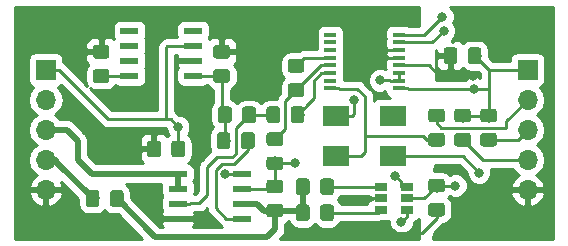
<source format=gtl>
G04 #@! TF.GenerationSoftware,KiCad,Pcbnew,(5.0.0)*
G04 #@! TF.CreationDate,2018-08-11T20:49:35+09:00*
G04 #@! TF.ProjectId,AD593x_impedance_analyzer,4144353933785F696D706564616E6365,rev?*
G04 #@! TF.SameCoordinates,Original*
G04 #@! TF.FileFunction,Copper,L1,Top,Signal*
G04 #@! TF.FilePolarity,Positive*
%FSLAX46Y46*%
G04 Gerber Fmt 4.6, Leading zero omitted, Abs format (unit mm)*
G04 Created by KiCad (PCBNEW (5.0.0)) date 08/11/18 20:49:35*
%MOMM*%
%LPD*%
G01*
G04 APERTURE LIST*
G04 #@! TA.AperFunction,Conductor*
%ADD10C,0.100000*%
G04 #@! TD*
G04 #@! TA.AperFunction,SMDPad,CuDef*
%ADD11C,1.150000*%
G04 #@! TD*
G04 #@! TA.AperFunction,SMDPad,CuDef*
%ADD12R,1.000000X0.400000*%
G04 #@! TD*
G04 #@! TA.AperFunction,ComponentPad*
%ADD13R,1.700000X1.700000*%
G04 #@! TD*
G04 #@! TA.AperFunction,ComponentPad*
%ADD14O,1.700000X1.700000*%
G04 #@! TD*
G04 #@! TA.AperFunction,SMDPad,CuDef*
%ADD15R,1.550000X0.600000*%
G04 #@! TD*
G04 #@! TA.AperFunction,SMDPad,CuDef*
%ADD16R,1.060000X0.650000*%
G04 #@! TD*
G04 #@! TA.AperFunction,SMDPad,CuDef*
%ADD17R,2.250000X1.800000*%
G04 #@! TD*
G04 #@! TA.AperFunction,ViaPad*
%ADD18C,0.800000*%
G04 #@! TD*
G04 #@! TA.AperFunction,Conductor*
%ADD19C,0.250000*%
G04 #@! TD*
G04 #@! TA.AperFunction,Conductor*
%ADD20C,0.500000*%
G04 #@! TD*
G04 #@! TA.AperFunction,Conductor*
%ADD21C,0.254000*%
G04 #@! TD*
G04 APERTURE END LIST*
D10*
G04 #@! TO.N,DUT-*
G04 #@! TO.C,R11*
G36*
X80624505Y-90201204D02*
X80648773Y-90204804D01*
X80672572Y-90210765D01*
X80695671Y-90219030D01*
X80717850Y-90229520D01*
X80738893Y-90242132D01*
X80758599Y-90256747D01*
X80776777Y-90273223D01*
X80793253Y-90291401D01*
X80807868Y-90311107D01*
X80820480Y-90332150D01*
X80830970Y-90354329D01*
X80839235Y-90377428D01*
X80845196Y-90401227D01*
X80848796Y-90425495D01*
X80850000Y-90449999D01*
X80850000Y-91350001D01*
X80848796Y-91374505D01*
X80845196Y-91398773D01*
X80839235Y-91422572D01*
X80830970Y-91445671D01*
X80820480Y-91467850D01*
X80807868Y-91488893D01*
X80793253Y-91508599D01*
X80776777Y-91526777D01*
X80758599Y-91543253D01*
X80738893Y-91557868D01*
X80717850Y-91570480D01*
X80695671Y-91580970D01*
X80672572Y-91589235D01*
X80648773Y-91595196D01*
X80624505Y-91598796D01*
X80600001Y-91600000D01*
X79949999Y-91600000D01*
X79925495Y-91598796D01*
X79901227Y-91595196D01*
X79877428Y-91589235D01*
X79854329Y-91580970D01*
X79832150Y-91570480D01*
X79811107Y-91557868D01*
X79791401Y-91543253D01*
X79773223Y-91526777D01*
X79756747Y-91508599D01*
X79742132Y-91488893D01*
X79729520Y-91467850D01*
X79719030Y-91445671D01*
X79710765Y-91422572D01*
X79704804Y-91398773D01*
X79701204Y-91374505D01*
X79700000Y-91350001D01*
X79700000Y-90449999D01*
X79701204Y-90425495D01*
X79704804Y-90401227D01*
X79710765Y-90377428D01*
X79719030Y-90354329D01*
X79729520Y-90332150D01*
X79742132Y-90311107D01*
X79756747Y-90291401D01*
X79773223Y-90273223D01*
X79791401Y-90256747D01*
X79811107Y-90242132D01*
X79832150Y-90229520D01*
X79854329Y-90219030D01*
X79877428Y-90210765D01*
X79901227Y-90204804D01*
X79925495Y-90201204D01*
X79949999Y-90200000D01*
X80600001Y-90200000D01*
X80624505Y-90201204D01*
X80624505Y-90201204D01*
G37*
D11*
G04 #@! TD*
G04 #@! TO.P,R11,1*
G04 #@! TO.N,DUT-*
X80275000Y-90900000D03*
D10*
G04 #@! TO.N,Net-(R10-Pad2)*
G04 #@! TO.C,R11*
G36*
X82674505Y-90201204D02*
X82698773Y-90204804D01*
X82722572Y-90210765D01*
X82745671Y-90219030D01*
X82767850Y-90229520D01*
X82788893Y-90242132D01*
X82808599Y-90256747D01*
X82826777Y-90273223D01*
X82843253Y-90291401D01*
X82857868Y-90311107D01*
X82870480Y-90332150D01*
X82880970Y-90354329D01*
X82889235Y-90377428D01*
X82895196Y-90401227D01*
X82898796Y-90425495D01*
X82900000Y-90449999D01*
X82900000Y-91350001D01*
X82898796Y-91374505D01*
X82895196Y-91398773D01*
X82889235Y-91422572D01*
X82880970Y-91445671D01*
X82870480Y-91467850D01*
X82857868Y-91488893D01*
X82843253Y-91508599D01*
X82826777Y-91526777D01*
X82808599Y-91543253D01*
X82788893Y-91557868D01*
X82767850Y-91570480D01*
X82745671Y-91580970D01*
X82722572Y-91589235D01*
X82698773Y-91595196D01*
X82674505Y-91598796D01*
X82650001Y-91600000D01*
X81999999Y-91600000D01*
X81975495Y-91598796D01*
X81951227Y-91595196D01*
X81927428Y-91589235D01*
X81904329Y-91580970D01*
X81882150Y-91570480D01*
X81861107Y-91557868D01*
X81841401Y-91543253D01*
X81823223Y-91526777D01*
X81806747Y-91508599D01*
X81792132Y-91488893D01*
X81779520Y-91467850D01*
X81769030Y-91445671D01*
X81760765Y-91422572D01*
X81754804Y-91398773D01*
X81751204Y-91374505D01*
X81750000Y-91350001D01*
X81750000Y-90449999D01*
X81751204Y-90425495D01*
X81754804Y-90401227D01*
X81760765Y-90377428D01*
X81769030Y-90354329D01*
X81779520Y-90332150D01*
X81792132Y-90311107D01*
X81806747Y-90291401D01*
X81823223Y-90273223D01*
X81841401Y-90256747D01*
X81861107Y-90242132D01*
X81882150Y-90229520D01*
X81904329Y-90219030D01*
X81927428Y-90210765D01*
X81951227Y-90204804D01*
X81975495Y-90201204D01*
X81999999Y-90200000D01*
X82650001Y-90200000D01*
X82674505Y-90201204D01*
X82674505Y-90201204D01*
G37*
D11*
G04 #@! TD*
G04 #@! TO.P,R11,2*
G04 #@! TO.N,Net-(R10-Pad2)*
X82325000Y-90900000D03*
D12*
G04 #@! TO.P,U3,1*
G04 #@! TO.N,Net-(U3-Pad1)*
X100400000Y-77025000D03*
G04 #@! TO.P,U3,2*
G04 #@! TO.N,Net-(U3-Pad2)*
X100400000Y-77675000D03*
G04 #@! TO.P,U3,3*
G04 #@! TO.N,Net-(U3-Pad3)*
X100400000Y-78325000D03*
G04 #@! TO.P,U3,4*
G04 #@! TO.N,Net-(R4-Pad2)*
X100400000Y-78975000D03*
G04 #@! TO.P,U3,5*
G04 #@! TO.N,Net-(R4-Pad1)*
X100400000Y-79625000D03*
G04 #@! TO.P,U3,6*
G04 #@! TO.N,Net-(C3-Pad2)*
X100400000Y-80275000D03*
G04 #@! TO.P,U3,7*
G04 #@! TO.N,Net-(U3-Pad7)*
X100400000Y-80925000D03*
G04 #@! TO.P,U3,8*
G04 #@! TO.N,Net-(R5-Pad2)*
X100400000Y-81575000D03*
G04 #@! TO.P,U3,9*
G04 #@! TO.N,+3V3*
X106200000Y-81575000D03*
G04 #@! TO.P,U3,10*
G04 #@! TO.N,+5V*
X106200000Y-80925000D03*
G04 #@! TO.P,U3,11*
X106200000Y-80275000D03*
G04 #@! TO.P,U3,12*
G04 #@! TO.N,GND*
X106200000Y-79625000D03*
G04 #@! TO.P,U3,13*
G04 #@! TO.N,GNDA*
X106200000Y-78975000D03*
G04 #@! TO.P,U3,14*
X106200000Y-78325000D03*
G04 #@! TO.P,U3,15*
G04 #@! TO.N,SDA*
X106200000Y-77675000D03*
G04 #@! TO.P,U3,16*
G04 #@! TO.N,SCL*
X106200000Y-77025000D03*
G04 #@! TD*
D10*
G04 #@! TO.N,Net-(C1-Pad1)*
G04 #@! TO.C,C1*
G36*
X81474505Y-79951204D02*
X81498773Y-79954804D01*
X81522572Y-79960765D01*
X81545671Y-79969030D01*
X81567850Y-79979520D01*
X81588893Y-79992132D01*
X81608599Y-80006747D01*
X81626777Y-80023223D01*
X81643253Y-80041401D01*
X81657868Y-80061107D01*
X81670480Y-80082150D01*
X81680970Y-80104329D01*
X81689235Y-80127428D01*
X81695196Y-80151227D01*
X81698796Y-80175495D01*
X81700000Y-80199999D01*
X81700000Y-80850001D01*
X81698796Y-80874505D01*
X81695196Y-80898773D01*
X81689235Y-80922572D01*
X81680970Y-80945671D01*
X81670480Y-80967850D01*
X81657868Y-80988893D01*
X81643253Y-81008599D01*
X81626777Y-81026777D01*
X81608599Y-81043253D01*
X81588893Y-81057868D01*
X81567850Y-81070480D01*
X81545671Y-81080970D01*
X81522572Y-81089235D01*
X81498773Y-81095196D01*
X81474505Y-81098796D01*
X81450001Y-81100000D01*
X80549999Y-81100000D01*
X80525495Y-81098796D01*
X80501227Y-81095196D01*
X80477428Y-81089235D01*
X80454329Y-81080970D01*
X80432150Y-81070480D01*
X80411107Y-81057868D01*
X80391401Y-81043253D01*
X80373223Y-81026777D01*
X80356747Y-81008599D01*
X80342132Y-80988893D01*
X80329520Y-80967850D01*
X80319030Y-80945671D01*
X80310765Y-80922572D01*
X80304804Y-80898773D01*
X80301204Y-80874505D01*
X80300000Y-80850001D01*
X80300000Y-80199999D01*
X80301204Y-80175495D01*
X80304804Y-80151227D01*
X80310765Y-80127428D01*
X80319030Y-80104329D01*
X80329520Y-80082150D01*
X80342132Y-80061107D01*
X80356747Y-80041401D01*
X80373223Y-80023223D01*
X80391401Y-80006747D01*
X80411107Y-79992132D01*
X80432150Y-79979520D01*
X80454329Y-79969030D01*
X80477428Y-79960765D01*
X80501227Y-79954804D01*
X80525495Y-79951204D01*
X80549999Y-79950000D01*
X81450001Y-79950000D01*
X81474505Y-79951204D01*
X81474505Y-79951204D01*
G37*
D11*
G04 #@! TD*
G04 #@! TO.P,C1,1*
G04 #@! TO.N,Net-(C1-Pad1)*
X81000000Y-80525000D03*
D10*
G04 #@! TO.N,GNDA*
G04 #@! TO.C,C1*
G36*
X81474505Y-77901204D02*
X81498773Y-77904804D01*
X81522572Y-77910765D01*
X81545671Y-77919030D01*
X81567850Y-77929520D01*
X81588893Y-77942132D01*
X81608599Y-77956747D01*
X81626777Y-77973223D01*
X81643253Y-77991401D01*
X81657868Y-78011107D01*
X81670480Y-78032150D01*
X81680970Y-78054329D01*
X81689235Y-78077428D01*
X81695196Y-78101227D01*
X81698796Y-78125495D01*
X81700000Y-78149999D01*
X81700000Y-78800001D01*
X81698796Y-78824505D01*
X81695196Y-78848773D01*
X81689235Y-78872572D01*
X81680970Y-78895671D01*
X81670480Y-78917850D01*
X81657868Y-78938893D01*
X81643253Y-78958599D01*
X81626777Y-78976777D01*
X81608599Y-78993253D01*
X81588893Y-79007868D01*
X81567850Y-79020480D01*
X81545671Y-79030970D01*
X81522572Y-79039235D01*
X81498773Y-79045196D01*
X81474505Y-79048796D01*
X81450001Y-79050000D01*
X80549999Y-79050000D01*
X80525495Y-79048796D01*
X80501227Y-79045196D01*
X80477428Y-79039235D01*
X80454329Y-79030970D01*
X80432150Y-79020480D01*
X80411107Y-79007868D01*
X80391401Y-78993253D01*
X80373223Y-78976777D01*
X80356747Y-78958599D01*
X80342132Y-78938893D01*
X80329520Y-78917850D01*
X80319030Y-78895671D01*
X80310765Y-78872572D01*
X80304804Y-78848773D01*
X80301204Y-78824505D01*
X80300000Y-78800001D01*
X80300000Y-78149999D01*
X80301204Y-78125495D01*
X80304804Y-78101227D01*
X80310765Y-78077428D01*
X80319030Y-78054329D01*
X80329520Y-78032150D01*
X80342132Y-78011107D01*
X80356747Y-77991401D01*
X80373223Y-77973223D01*
X80391401Y-77956747D01*
X80411107Y-77942132D01*
X80432150Y-77929520D01*
X80454329Y-77919030D01*
X80477428Y-77910765D01*
X80501227Y-77904804D01*
X80525495Y-77901204D01*
X80549999Y-77900000D01*
X81450001Y-77900000D01*
X81474505Y-77901204D01*
X81474505Y-77901204D01*
G37*
D11*
G04 #@! TD*
G04 #@! TO.P,C1,2*
G04 #@! TO.N,GNDA*
X81000000Y-78475000D03*
D10*
G04 #@! TO.N,GNDA*
G04 #@! TO.C,C2*
G36*
X91674505Y-77901204D02*
X91698773Y-77904804D01*
X91722572Y-77910765D01*
X91745671Y-77919030D01*
X91767850Y-77929520D01*
X91788893Y-77942132D01*
X91808599Y-77956747D01*
X91826777Y-77973223D01*
X91843253Y-77991401D01*
X91857868Y-78011107D01*
X91870480Y-78032150D01*
X91880970Y-78054329D01*
X91889235Y-78077428D01*
X91895196Y-78101227D01*
X91898796Y-78125495D01*
X91900000Y-78149999D01*
X91900000Y-78800001D01*
X91898796Y-78824505D01*
X91895196Y-78848773D01*
X91889235Y-78872572D01*
X91880970Y-78895671D01*
X91870480Y-78917850D01*
X91857868Y-78938893D01*
X91843253Y-78958599D01*
X91826777Y-78976777D01*
X91808599Y-78993253D01*
X91788893Y-79007868D01*
X91767850Y-79020480D01*
X91745671Y-79030970D01*
X91722572Y-79039235D01*
X91698773Y-79045196D01*
X91674505Y-79048796D01*
X91650001Y-79050000D01*
X90749999Y-79050000D01*
X90725495Y-79048796D01*
X90701227Y-79045196D01*
X90677428Y-79039235D01*
X90654329Y-79030970D01*
X90632150Y-79020480D01*
X90611107Y-79007868D01*
X90591401Y-78993253D01*
X90573223Y-78976777D01*
X90556747Y-78958599D01*
X90542132Y-78938893D01*
X90529520Y-78917850D01*
X90519030Y-78895671D01*
X90510765Y-78872572D01*
X90504804Y-78848773D01*
X90501204Y-78824505D01*
X90500000Y-78800001D01*
X90500000Y-78149999D01*
X90501204Y-78125495D01*
X90504804Y-78101227D01*
X90510765Y-78077428D01*
X90519030Y-78054329D01*
X90529520Y-78032150D01*
X90542132Y-78011107D01*
X90556747Y-77991401D01*
X90573223Y-77973223D01*
X90591401Y-77956747D01*
X90611107Y-77942132D01*
X90632150Y-77929520D01*
X90654329Y-77919030D01*
X90677428Y-77910765D01*
X90701227Y-77904804D01*
X90725495Y-77901204D01*
X90749999Y-77900000D01*
X91650001Y-77900000D01*
X91674505Y-77901204D01*
X91674505Y-77901204D01*
G37*
D11*
G04 #@! TD*
G04 #@! TO.P,C2,2*
G04 #@! TO.N,GNDA*
X91200000Y-78475000D03*
D10*
G04 #@! TO.N,Net-(C2-Pad1)*
G04 #@! TO.C,C2*
G36*
X91674505Y-79951204D02*
X91698773Y-79954804D01*
X91722572Y-79960765D01*
X91745671Y-79969030D01*
X91767850Y-79979520D01*
X91788893Y-79992132D01*
X91808599Y-80006747D01*
X91826777Y-80023223D01*
X91843253Y-80041401D01*
X91857868Y-80061107D01*
X91870480Y-80082150D01*
X91880970Y-80104329D01*
X91889235Y-80127428D01*
X91895196Y-80151227D01*
X91898796Y-80175495D01*
X91900000Y-80199999D01*
X91900000Y-80850001D01*
X91898796Y-80874505D01*
X91895196Y-80898773D01*
X91889235Y-80922572D01*
X91880970Y-80945671D01*
X91870480Y-80967850D01*
X91857868Y-80988893D01*
X91843253Y-81008599D01*
X91826777Y-81026777D01*
X91808599Y-81043253D01*
X91788893Y-81057868D01*
X91767850Y-81070480D01*
X91745671Y-81080970D01*
X91722572Y-81089235D01*
X91698773Y-81095196D01*
X91674505Y-81098796D01*
X91650001Y-81100000D01*
X90749999Y-81100000D01*
X90725495Y-81098796D01*
X90701227Y-81095196D01*
X90677428Y-81089235D01*
X90654329Y-81080970D01*
X90632150Y-81070480D01*
X90611107Y-81057868D01*
X90591401Y-81043253D01*
X90573223Y-81026777D01*
X90556747Y-81008599D01*
X90542132Y-80988893D01*
X90529520Y-80967850D01*
X90519030Y-80945671D01*
X90510765Y-80922572D01*
X90504804Y-80898773D01*
X90501204Y-80874505D01*
X90500000Y-80850001D01*
X90500000Y-80199999D01*
X90501204Y-80175495D01*
X90504804Y-80151227D01*
X90510765Y-80127428D01*
X90519030Y-80104329D01*
X90529520Y-80082150D01*
X90542132Y-80061107D01*
X90556747Y-80041401D01*
X90573223Y-80023223D01*
X90591401Y-80006747D01*
X90611107Y-79992132D01*
X90632150Y-79979520D01*
X90654329Y-79969030D01*
X90677428Y-79960765D01*
X90701227Y-79954804D01*
X90725495Y-79951204D01*
X90749999Y-79950000D01*
X91650001Y-79950000D01*
X91674505Y-79951204D01*
X91674505Y-79951204D01*
G37*
D11*
G04 #@! TD*
G04 #@! TO.P,C2,1*
G04 #@! TO.N,Net-(C2-Pad1)*
X91200000Y-80525000D03*
D10*
G04 #@! TO.N,Net-(C3-Pad1)*
G04 #@! TO.C,C3*
G36*
X95924505Y-83101204D02*
X95948773Y-83104804D01*
X95972572Y-83110765D01*
X95995671Y-83119030D01*
X96017850Y-83129520D01*
X96038893Y-83142132D01*
X96058599Y-83156747D01*
X96076777Y-83173223D01*
X96093253Y-83191401D01*
X96107868Y-83211107D01*
X96120480Y-83232150D01*
X96130970Y-83254329D01*
X96139235Y-83277428D01*
X96145196Y-83301227D01*
X96148796Y-83325495D01*
X96150000Y-83349999D01*
X96150000Y-84250001D01*
X96148796Y-84274505D01*
X96145196Y-84298773D01*
X96139235Y-84322572D01*
X96130970Y-84345671D01*
X96120480Y-84367850D01*
X96107868Y-84388893D01*
X96093253Y-84408599D01*
X96076777Y-84426777D01*
X96058599Y-84443253D01*
X96038893Y-84457868D01*
X96017850Y-84470480D01*
X95995671Y-84480970D01*
X95972572Y-84489235D01*
X95948773Y-84495196D01*
X95924505Y-84498796D01*
X95900001Y-84500000D01*
X95249999Y-84500000D01*
X95225495Y-84498796D01*
X95201227Y-84495196D01*
X95177428Y-84489235D01*
X95154329Y-84480970D01*
X95132150Y-84470480D01*
X95111107Y-84457868D01*
X95091401Y-84443253D01*
X95073223Y-84426777D01*
X95056747Y-84408599D01*
X95042132Y-84388893D01*
X95029520Y-84367850D01*
X95019030Y-84345671D01*
X95010765Y-84322572D01*
X95004804Y-84298773D01*
X95001204Y-84274505D01*
X95000000Y-84250001D01*
X95000000Y-83349999D01*
X95001204Y-83325495D01*
X95004804Y-83301227D01*
X95010765Y-83277428D01*
X95019030Y-83254329D01*
X95029520Y-83232150D01*
X95042132Y-83211107D01*
X95056747Y-83191401D01*
X95073223Y-83173223D01*
X95091401Y-83156747D01*
X95111107Y-83142132D01*
X95132150Y-83129520D01*
X95154329Y-83119030D01*
X95177428Y-83110765D01*
X95201227Y-83104804D01*
X95225495Y-83101204D01*
X95249999Y-83100000D01*
X95900001Y-83100000D01*
X95924505Y-83101204D01*
X95924505Y-83101204D01*
G37*
D11*
G04 #@! TD*
G04 #@! TO.P,C3,1*
G04 #@! TO.N,Net-(C3-Pad1)*
X95575000Y-83800000D03*
D10*
G04 #@! TO.N,Net-(C3-Pad2)*
G04 #@! TO.C,C3*
G36*
X97974505Y-83101204D02*
X97998773Y-83104804D01*
X98022572Y-83110765D01*
X98045671Y-83119030D01*
X98067850Y-83129520D01*
X98088893Y-83142132D01*
X98108599Y-83156747D01*
X98126777Y-83173223D01*
X98143253Y-83191401D01*
X98157868Y-83211107D01*
X98170480Y-83232150D01*
X98180970Y-83254329D01*
X98189235Y-83277428D01*
X98195196Y-83301227D01*
X98198796Y-83325495D01*
X98200000Y-83349999D01*
X98200000Y-84250001D01*
X98198796Y-84274505D01*
X98195196Y-84298773D01*
X98189235Y-84322572D01*
X98180970Y-84345671D01*
X98170480Y-84367850D01*
X98157868Y-84388893D01*
X98143253Y-84408599D01*
X98126777Y-84426777D01*
X98108599Y-84443253D01*
X98088893Y-84457868D01*
X98067850Y-84470480D01*
X98045671Y-84480970D01*
X98022572Y-84489235D01*
X97998773Y-84495196D01*
X97974505Y-84498796D01*
X97950001Y-84500000D01*
X97299999Y-84500000D01*
X97275495Y-84498796D01*
X97251227Y-84495196D01*
X97227428Y-84489235D01*
X97204329Y-84480970D01*
X97182150Y-84470480D01*
X97161107Y-84457868D01*
X97141401Y-84443253D01*
X97123223Y-84426777D01*
X97106747Y-84408599D01*
X97092132Y-84388893D01*
X97079520Y-84367850D01*
X97069030Y-84345671D01*
X97060765Y-84322572D01*
X97054804Y-84298773D01*
X97051204Y-84274505D01*
X97050000Y-84250001D01*
X97050000Y-83349999D01*
X97051204Y-83325495D01*
X97054804Y-83301227D01*
X97060765Y-83277428D01*
X97069030Y-83254329D01*
X97079520Y-83232150D01*
X97092132Y-83211107D01*
X97106747Y-83191401D01*
X97123223Y-83173223D01*
X97141401Y-83156747D01*
X97161107Y-83142132D01*
X97182150Y-83129520D01*
X97204329Y-83119030D01*
X97227428Y-83110765D01*
X97251227Y-83104804D01*
X97275495Y-83101204D01*
X97299999Y-83100000D01*
X97950001Y-83100000D01*
X97974505Y-83101204D01*
X97974505Y-83101204D01*
G37*
D11*
G04 #@! TD*
G04 #@! TO.P,C3,2*
G04 #@! TO.N,Net-(C3-Pad2)*
X97625000Y-83800000D03*
D10*
G04 #@! TO.N,GNDA*
G04 #@! TO.C,C4*
G36*
X85824505Y-86001204D02*
X85848773Y-86004804D01*
X85872572Y-86010765D01*
X85895671Y-86019030D01*
X85917850Y-86029520D01*
X85938893Y-86042132D01*
X85958599Y-86056747D01*
X85976777Y-86073223D01*
X85993253Y-86091401D01*
X86007868Y-86111107D01*
X86020480Y-86132150D01*
X86030970Y-86154329D01*
X86039235Y-86177428D01*
X86045196Y-86201227D01*
X86048796Y-86225495D01*
X86050000Y-86249999D01*
X86050000Y-87150001D01*
X86048796Y-87174505D01*
X86045196Y-87198773D01*
X86039235Y-87222572D01*
X86030970Y-87245671D01*
X86020480Y-87267850D01*
X86007868Y-87288893D01*
X85993253Y-87308599D01*
X85976777Y-87326777D01*
X85958599Y-87343253D01*
X85938893Y-87357868D01*
X85917850Y-87370480D01*
X85895671Y-87380970D01*
X85872572Y-87389235D01*
X85848773Y-87395196D01*
X85824505Y-87398796D01*
X85800001Y-87400000D01*
X85149999Y-87400000D01*
X85125495Y-87398796D01*
X85101227Y-87395196D01*
X85077428Y-87389235D01*
X85054329Y-87380970D01*
X85032150Y-87370480D01*
X85011107Y-87357868D01*
X84991401Y-87343253D01*
X84973223Y-87326777D01*
X84956747Y-87308599D01*
X84942132Y-87288893D01*
X84929520Y-87267850D01*
X84919030Y-87245671D01*
X84910765Y-87222572D01*
X84904804Y-87198773D01*
X84901204Y-87174505D01*
X84900000Y-87150001D01*
X84900000Y-86249999D01*
X84901204Y-86225495D01*
X84904804Y-86201227D01*
X84910765Y-86177428D01*
X84919030Y-86154329D01*
X84929520Y-86132150D01*
X84942132Y-86111107D01*
X84956747Y-86091401D01*
X84973223Y-86073223D01*
X84991401Y-86056747D01*
X85011107Y-86042132D01*
X85032150Y-86029520D01*
X85054329Y-86019030D01*
X85077428Y-86010765D01*
X85101227Y-86004804D01*
X85125495Y-86001204D01*
X85149999Y-86000000D01*
X85800001Y-86000000D01*
X85824505Y-86001204D01*
X85824505Y-86001204D01*
G37*
D11*
G04 #@! TD*
G04 #@! TO.P,C4,2*
G04 #@! TO.N,GNDA*
X85475000Y-86700000D03*
D10*
G04 #@! TO.N,+5V*
G04 #@! TO.C,C4*
G36*
X87874505Y-86001204D02*
X87898773Y-86004804D01*
X87922572Y-86010765D01*
X87945671Y-86019030D01*
X87967850Y-86029520D01*
X87988893Y-86042132D01*
X88008599Y-86056747D01*
X88026777Y-86073223D01*
X88043253Y-86091401D01*
X88057868Y-86111107D01*
X88070480Y-86132150D01*
X88080970Y-86154329D01*
X88089235Y-86177428D01*
X88095196Y-86201227D01*
X88098796Y-86225495D01*
X88100000Y-86249999D01*
X88100000Y-87150001D01*
X88098796Y-87174505D01*
X88095196Y-87198773D01*
X88089235Y-87222572D01*
X88080970Y-87245671D01*
X88070480Y-87267850D01*
X88057868Y-87288893D01*
X88043253Y-87308599D01*
X88026777Y-87326777D01*
X88008599Y-87343253D01*
X87988893Y-87357868D01*
X87967850Y-87370480D01*
X87945671Y-87380970D01*
X87922572Y-87389235D01*
X87898773Y-87395196D01*
X87874505Y-87398796D01*
X87850001Y-87400000D01*
X87199999Y-87400000D01*
X87175495Y-87398796D01*
X87151227Y-87395196D01*
X87127428Y-87389235D01*
X87104329Y-87380970D01*
X87082150Y-87370480D01*
X87061107Y-87357868D01*
X87041401Y-87343253D01*
X87023223Y-87326777D01*
X87006747Y-87308599D01*
X86992132Y-87288893D01*
X86979520Y-87267850D01*
X86969030Y-87245671D01*
X86960765Y-87222572D01*
X86954804Y-87198773D01*
X86951204Y-87174505D01*
X86950000Y-87150001D01*
X86950000Y-86249999D01*
X86951204Y-86225495D01*
X86954804Y-86201227D01*
X86960765Y-86177428D01*
X86969030Y-86154329D01*
X86979520Y-86132150D01*
X86992132Y-86111107D01*
X87006747Y-86091401D01*
X87023223Y-86073223D01*
X87041401Y-86056747D01*
X87061107Y-86042132D01*
X87082150Y-86029520D01*
X87104329Y-86019030D01*
X87127428Y-86010765D01*
X87151227Y-86004804D01*
X87175495Y-86001204D01*
X87199999Y-86000000D01*
X87850001Y-86000000D01*
X87874505Y-86001204D01*
X87874505Y-86001204D01*
G37*
D11*
G04 #@! TD*
G04 #@! TO.P,C4,1*
G04 #@! TO.N,+5V*
X87525000Y-86700000D03*
D10*
G04 #@! TO.N,+5V*
G04 #@! TO.C,C5*
G36*
X109874505Y-89226204D02*
X109898773Y-89229804D01*
X109922572Y-89235765D01*
X109945671Y-89244030D01*
X109967850Y-89254520D01*
X109988893Y-89267132D01*
X110008599Y-89281747D01*
X110026777Y-89298223D01*
X110043253Y-89316401D01*
X110057868Y-89336107D01*
X110070480Y-89357150D01*
X110080970Y-89379329D01*
X110089235Y-89402428D01*
X110095196Y-89426227D01*
X110098796Y-89450495D01*
X110100000Y-89474999D01*
X110100000Y-90125001D01*
X110098796Y-90149505D01*
X110095196Y-90173773D01*
X110089235Y-90197572D01*
X110080970Y-90220671D01*
X110070480Y-90242850D01*
X110057868Y-90263893D01*
X110043253Y-90283599D01*
X110026777Y-90301777D01*
X110008599Y-90318253D01*
X109988893Y-90332868D01*
X109967850Y-90345480D01*
X109945671Y-90355970D01*
X109922572Y-90364235D01*
X109898773Y-90370196D01*
X109874505Y-90373796D01*
X109850001Y-90375000D01*
X108949999Y-90375000D01*
X108925495Y-90373796D01*
X108901227Y-90370196D01*
X108877428Y-90364235D01*
X108854329Y-90355970D01*
X108832150Y-90345480D01*
X108811107Y-90332868D01*
X108791401Y-90318253D01*
X108773223Y-90301777D01*
X108756747Y-90283599D01*
X108742132Y-90263893D01*
X108729520Y-90242850D01*
X108719030Y-90220671D01*
X108710765Y-90197572D01*
X108704804Y-90173773D01*
X108701204Y-90149505D01*
X108700000Y-90125001D01*
X108700000Y-89474999D01*
X108701204Y-89450495D01*
X108704804Y-89426227D01*
X108710765Y-89402428D01*
X108719030Y-89379329D01*
X108729520Y-89357150D01*
X108742132Y-89336107D01*
X108756747Y-89316401D01*
X108773223Y-89298223D01*
X108791401Y-89281747D01*
X108811107Y-89267132D01*
X108832150Y-89254520D01*
X108854329Y-89244030D01*
X108877428Y-89235765D01*
X108901227Y-89229804D01*
X108925495Y-89226204D01*
X108949999Y-89225000D01*
X109850001Y-89225000D01*
X109874505Y-89226204D01*
X109874505Y-89226204D01*
G37*
D11*
G04 #@! TD*
G04 #@! TO.P,C5,1*
G04 #@! TO.N,+5V*
X109400000Y-89800000D03*
D10*
G04 #@! TO.N,GNDA*
G04 #@! TO.C,C5*
G36*
X109874505Y-91276204D02*
X109898773Y-91279804D01*
X109922572Y-91285765D01*
X109945671Y-91294030D01*
X109967850Y-91304520D01*
X109988893Y-91317132D01*
X110008599Y-91331747D01*
X110026777Y-91348223D01*
X110043253Y-91366401D01*
X110057868Y-91386107D01*
X110070480Y-91407150D01*
X110080970Y-91429329D01*
X110089235Y-91452428D01*
X110095196Y-91476227D01*
X110098796Y-91500495D01*
X110100000Y-91524999D01*
X110100000Y-92175001D01*
X110098796Y-92199505D01*
X110095196Y-92223773D01*
X110089235Y-92247572D01*
X110080970Y-92270671D01*
X110070480Y-92292850D01*
X110057868Y-92313893D01*
X110043253Y-92333599D01*
X110026777Y-92351777D01*
X110008599Y-92368253D01*
X109988893Y-92382868D01*
X109967850Y-92395480D01*
X109945671Y-92405970D01*
X109922572Y-92414235D01*
X109898773Y-92420196D01*
X109874505Y-92423796D01*
X109850001Y-92425000D01*
X108949999Y-92425000D01*
X108925495Y-92423796D01*
X108901227Y-92420196D01*
X108877428Y-92414235D01*
X108854329Y-92405970D01*
X108832150Y-92395480D01*
X108811107Y-92382868D01*
X108791401Y-92368253D01*
X108773223Y-92351777D01*
X108756747Y-92333599D01*
X108742132Y-92313893D01*
X108729520Y-92292850D01*
X108719030Y-92270671D01*
X108710765Y-92247572D01*
X108704804Y-92223773D01*
X108701204Y-92199505D01*
X108700000Y-92175001D01*
X108700000Y-91524999D01*
X108701204Y-91500495D01*
X108704804Y-91476227D01*
X108710765Y-91452428D01*
X108719030Y-91429329D01*
X108729520Y-91407150D01*
X108742132Y-91386107D01*
X108756747Y-91366401D01*
X108773223Y-91348223D01*
X108791401Y-91331747D01*
X108811107Y-91317132D01*
X108832150Y-91304520D01*
X108854329Y-91294030D01*
X108877428Y-91285765D01*
X108901227Y-91279804D01*
X108925495Y-91276204D01*
X108949999Y-91275000D01*
X109850001Y-91275000D01*
X109874505Y-91276204D01*
X109874505Y-91276204D01*
G37*
D11*
G04 #@! TD*
G04 #@! TO.P,C5,2*
G04 #@! TO.N,GNDA*
X109400000Y-91850000D03*
D10*
G04 #@! TO.N,GND*
G04 #@! TO.C,C6*
G36*
X110924505Y-78101204D02*
X110948773Y-78104804D01*
X110972572Y-78110765D01*
X110995671Y-78119030D01*
X111017850Y-78129520D01*
X111038893Y-78142132D01*
X111058599Y-78156747D01*
X111076777Y-78173223D01*
X111093253Y-78191401D01*
X111107868Y-78211107D01*
X111120480Y-78232150D01*
X111130970Y-78254329D01*
X111139235Y-78277428D01*
X111145196Y-78301227D01*
X111148796Y-78325495D01*
X111150000Y-78349999D01*
X111150000Y-79250001D01*
X111148796Y-79274505D01*
X111145196Y-79298773D01*
X111139235Y-79322572D01*
X111130970Y-79345671D01*
X111120480Y-79367850D01*
X111107868Y-79388893D01*
X111093253Y-79408599D01*
X111076777Y-79426777D01*
X111058599Y-79443253D01*
X111038893Y-79457868D01*
X111017850Y-79470480D01*
X110995671Y-79480970D01*
X110972572Y-79489235D01*
X110948773Y-79495196D01*
X110924505Y-79498796D01*
X110900001Y-79500000D01*
X110249999Y-79500000D01*
X110225495Y-79498796D01*
X110201227Y-79495196D01*
X110177428Y-79489235D01*
X110154329Y-79480970D01*
X110132150Y-79470480D01*
X110111107Y-79457868D01*
X110091401Y-79443253D01*
X110073223Y-79426777D01*
X110056747Y-79408599D01*
X110042132Y-79388893D01*
X110029520Y-79367850D01*
X110019030Y-79345671D01*
X110010765Y-79322572D01*
X110004804Y-79298773D01*
X110001204Y-79274505D01*
X110000000Y-79250001D01*
X110000000Y-78349999D01*
X110001204Y-78325495D01*
X110004804Y-78301227D01*
X110010765Y-78277428D01*
X110019030Y-78254329D01*
X110029520Y-78232150D01*
X110042132Y-78211107D01*
X110056747Y-78191401D01*
X110073223Y-78173223D01*
X110091401Y-78156747D01*
X110111107Y-78142132D01*
X110132150Y-78129520D01*
X110154329Y-78119030D01*
X110177428Y-78110765D01*
X110201227Y-78104804D01*
X110225495Y-78101204D01*
X110249999Y-78100000D01*
X110900001Y-78100000D01*
X110924505Y-78101204D01*
X110924505Y-78101204D01*
G37*
D11*
G04 #@! TD*
G04 #@! TO.P,C6,2*
G04 #@! TO.N,GND*
X110575000Y-78800000D03*
D10*
G04 #@! TO.N,+3V3*
G04 #@! TO.C,C6*
G36*
X112974505Y-78101204D02*
X112998773Y-78104804D01*
X113022572Y-78110765D01*
X113045671Y-78119030D01*
X113067850Y-78129520D01*
X113088893Y-78142132D01*
X113108599Y-78156747D01*
X113126777Y-78173223D01*
X113143253Y-78191401D01*
X113157868Y-78211107D01*
X113170480Y-78232150D01*
X113180970Y-78254329D01*
X113189235Y-78277428D01*
X113195196Y-78301227D01*
X113198796Y-78325495D01*
X113200000Y-78349999D01*
X113200000Y-79250001D01*
X113198796Y-79274505D01*
X113195196Y-79298773D01*
X113189235Y-79322572D01*
X113180970Y-79345671D01*
X113170480Y-79367850D01*
X113157868Y-79388893D01*
X113143253Y-79408599D01*
X113126777Y-79426777D01*
X113108599Y-79443253D01*
X113088893Y-79457868D01*
X113067850Y-79470480D01*
X113045671Y-79480970D01*
X113022572Y-79489235D01*
X112998773Y-79495196D01*
X112974505Y-79498796D01*
X112950001Y-79500000D01*
X112299999Y-79500000D01*
X112275495Y-79498796D01*
X112251227Y-79495196D01*
X112227428Y-79489235D01*
X112204329Y-79480970D01*
X112182150Y-79470480D01*
X112161107Y-79457868D01*
X112141401Y-79443253D01*
X112123223Y-79426777D01*
X112106747Y-79408599D01*
X112092132Y-79388893D01*
X112079520Y-79367850D01*
X112069030Y-79345671D01*
X112060765Y-79322572D01*
X112054804Y-79298773D01*
X112051204Y-79274505D01*
X112050000Y-79250001D01*
X112050000Y-78349999D01*
X112051204Y-78325495D01*
X112054804Y-78301227D01*
X112060765Y-78277428D01*
X112069030Y-78254329D01*
X112079520Y-78232150D01*
X112092132Y-78211107D01*
X112106747Y-78191401D01*
X112123223Y-78173223D01*
X112141401Y-78156747D01*
X112161107Y-78142132D01*
X112182150Y-78129520D01*
X112204329Y-78119030D01*
X112227428Y-78110765D01*
X112251227Y-78104804D01*
X112275495Y-78101204D01*
X112299999Y-78100000D01*
X112950001Y-78100000D01*
X112974505Y-78101204D01*
X112974505Y-78101204D01*
G37*
D11*
G04 #@! TD*
G04 #@! TO.P,C6,1*
G04 #@! TO.N,+3V3*
X112625000Y-78800000D03*
D13*
G04 #@! TO.P,J1,1*
G04 #@! TO.N,+5V*
X76300000Y-80000000D03*
D14*
G04 #@! TO.P,J1,2*
G04 #@! TO.N,RANGE_SW*
X76300000Y-82540000D03*
G04 #@! TO.P,J1,3*
G04 #@! TO.N,DUT+*
X76300000Y-85080000D03*
G04 #@! TO.P,J1,4*
G04 #@! TO.N,DUT-*
X76300000Y-87620000D03*
G04 #@! TO.P,J1,5*
G04 #@! TO.N,GNDA*
X76300000Y-90160000D03*
G04 #@! TD*
G04 #@! TO.P,J2,5*
G04 #@! TO.N,GND*
X117100000Y-90160000D03*
G04 #@! TO.P,J2,4*
G04 #@! TO.N,SDA*
X117100000Y-87620000D03*
G04 #@! TO.P,J2,3*
G04 #@! TO.N,SCL*
X117100000Y-85080000D03*
G04 #@! TO.P,J2,2*
G04 #@! TO.N,CLK*
X117100000Y-82540000D03*
D13*
G04 #@! TO.P,J2,1*
G04 #@! TO.N,+3V3*
X117100000Y-80000000D03*
G04 #@! TD*
D10*
G04 #@! TO.N,SDA*
G04 #@! TO.C,R1*
G36*
X112074505Y-85351204D02*
X112098773Y-85354804D01*
X112122572Y-85360765D01*
X112145671Y-85369030D01*
X112167850Y-85379520D01*
X112188893Y-85392132D01*
X112208599Y-85406747D01*
X112226777Y-85423223D01*
X112243253Y-85441401D01*
X112257868Y-85461107D01*
X112270480Y-85482150D01*
X112280970Y-85504329D01*
X112289235Y-85527428D01*
X112295196Y-85551227D01*
X112298796Y-85575495D01*
X112300000Y-85599999D01*
X112300000Y-86250001D01*
X112298796Y-86274505D01*
X112295196Y-86298773D01*
X112289235Y-86322572D01*
X112280970Y-86345671D01*
X112270480Y-86367850D01*
X112257868Y-86388893D01*
X112243253Y-86408599D01*
X112226777Y-86426777D01*
X112208599Y-86443253D01*
X112188893Y-86457868D01*
X112167850Y-86470480D01*
X112145671Y-86480970D01*
X112122572Y-86489235D01*
X112098773Y-86495196D01*
X112074505Y-86498796D01*
X112050001Y-86500000D01*
X111149999Y-86500000D01*
X111125495Y-86498796D01*
X111101227Y-86495196D01*
X111077428Y-86489235D01*
X111054329Y-86480970D01*
X111032150Y-86470480D01*
X111011107Y-86457868D01*
X110991401Y-86443253D01*
X110973223Y-86426777D01*
X110956747Y-86408599D01*
X110942132Y-86388893D01*
X110929520Y-86367850D01*
X110919030Y-86345671D01*
X110910765Y-86322572D01*
X110904804Y-86298773D01*
X110901204Y-86274505D01*
X110900000Y-86250001D01*
X110900000Y-85599999D01*
X110901204Y-85575495D01*
X110904804Y-85551227D01*
X110910765Y-85527428D01*
X110919030Y-85504329D01*
X110929520Y-85482150D01*
X110942132Y-85461107D01*
X110956747Y-85441401D01*
X110973223Y-85423223D01*
X110991401Y-85406747D01*
X111011107Y-85392132D01*
X111032150Y-85379520D01*
X111054329Y-85369030D01*
X111077428Y-85360765D01*
X111101227Y-85354804D01*
X111125495Y-85351204D01*
X111149999Y-85350000D01*
X112050001Y-85350000D01*
X112074505Y-85351204D01*
X112074505Y-85351204D01*
G37*
D11*
G04 #@! TD*
G04 #@! TO.P,R1,2*
G04 #@! TO.N,SDA*
X111600000Y-85925000D03*
D10*
G04 #@! TO.N,+3V3*
G04 #@! TO.C,R1*
G36*
X112074505Y-83301204D02*
X112098773Y-83304804D01*
X112122572Y-83310765D01*
X112145671Y-83319030D01*
X112167850Y-83329520D01*
X112188893Y-83342132D01*
X112208599Y-83356747D01*
X112226777Y-83373223D01*
X112243253Y-83391401D01*
X112257868Y-83411107D01*
X112270480Y-83432150D01*
X112280970Y-83454329D01*
X112289235Y-83477428D01*
X112295196Y-83501227D01*
X112298796Y-83525495D01*
X112300000Y-83549999D01*
X112300000Y-84200001D01*
X112298796Y-84224505D01*
X112295196Y-84248773D01*
X112289235Y-84272572D01*
X112280970Y-84295671D01*
X112270480Y-84317850D01*
X112257868Y-84338893D01*
X112243253Y-84358599D01*
X112226777Y-84376777D01*
X112208599Y-84393253D01*
X112188893Y-84407868D01*
X112167850Y-84420480D01*
X112145671Y-84430970D01*
X112122572Y-84439235D01*
X112098773Y-84445196D01*
X112074505Y-84448796D01*
X112050001Y-84450000D01*
X111149999Y-84450000D01*
X111125495Y-84448796D01*
X111101227Y-84445196D01*
X111077428Y-84439235D01*
X111054329Y-84430970D01*
X111032150Y-84420480D01*
X111011107Y-84407868D01*
X110991401Y-84393253D01*
X110973223Y-84376777D01*
X110956747Y-84358599D01*
X110942132Y-84338893D01*
X110929520Y-84317850D01*
X110919030Y-84295671D01*
X110910765Y-84272572D01*
X110904804Y-84248773D01*
X110901204Y-84224505D01*
X110900000Y-84200001D01*
X110900000Y-83549999D01*
X110901204Y-83525495D01*
X110904804Y-83501227D01*
X110910765Y-83477428D01*
X110919030Y-83454329D01*
X110929520Y-83432150D01*
X110942132Y-83411107D01*
X110956747Y-83391401D01*
X110973223Y-83373223D01*
X110991401Y-83356747D01*
X111011107Y-83342132D01*
X111032150Y-83329520D01*
X111054329Y-83319030D01*
X111077428Y-83310765D01*
X111101227Y-83304804D01*
X111125495Y-83301204D01*
X111149999Y-83300000D01*
X112050001Y-83300000D01*
X112074505Y-83301204D01*
X112074505Y-83301204D01*
G37*
D11*
G04 #@! TD*
G04 #@! TO.P,R1,1*
G04 #@! TO.N,+3V3*
X111600000Y-83875000D03*
D10*
G04 #@! TO.N,+3V3*
G04 #@! TO.C,R2*
G36*
X114274505Y-83301204D02*
X114298773Y-83304804D01*
X114322572Y-83310765D01*
X114345671Y-83319030D01*
X114367850Y-83329520D01*
X114388893Y-83342132D01*
X114408599Y-83356747D01*
X114426777Y-83373223D01*
X114443253Y-83391401D01*
X114457868Y-83411107D01*
X114470480Y-83432150D01*
X114480970Y-83454329D01*
X114489235Y-83477428D01*
X114495196Y-83501227D01*
X114498796Y-83525495D01*
X114500000Y-83549999D01*
X114500000Y-84200001D01*
X114498796Y-84224505D01*
X114495196Y-84248773D01*
X114489235Y-84272572D01*
X114480970Y-84295671D01*
X114470480Y-84317850D01*
X114457868Y-84338893D01*
X114443253Y-84358599D01*
X114426777Y-84376777D01*
X114408599Y-84393253D01*
X114388893Y-84407868D01*
X114367850Y-84420480D01*
X114345671Y-84430970D01*
X114322572Y-84439235D01*
X114298773Y-84445196D01*
X114274505Y-84448796D01*
X114250001Y-84450000D01*
X113349999Y-84450000D01*
X113325495Y-84448796D01*
X113301227Y-84445196D01*
X113277428Y-84439235D01*
X113254329Y-84430970D01*
X113232150Y-84420480D01*
X113211107Y-84407868D01*
X113191401Y-84393253D01*
X113173223Y-84376777D01*
X113156747Y-84358599D01*
X113142132Y-84338893D01*
X113129520Y-84317850D01*
X113119030Y-84295671D01*
X113110765Y-84272572D01*
X113104804Y-84248773D01*
X113101204Y-84224505D01*
X113100000Y-84200001D01*
X113100000Y-83549999D01*
X113101204Y-83525495D01*
X113104804Y-83501227D01*
X113110765Y-83477428D01*
X113119030Y-83454329D01*
X113129520Y-83432150D01*
X113142132Y-83411107D01*
X113156747Y-83391401D01*
X113173223Y-83373223D01*
X113191401Y-83356747D01*
X113211107Y-83342132D01*
X113232150Y-83329520D01*
X113254329Y-83319030D01*
X113277428Y-83310765D01*
X113301227Y-83304804D01*
X113325495Y-83301204D01*
X113349999Y-83300000D01*
X114250001Y-83300000D01*
X114274505Y-83301204D01*
X114274505Y-83301204D01*
G37*
D11*
G04 #@! TD*
G04 #@! TO.P,R2,1*
G04 #@! TO.N,+3V3*
X113800000Y-83875000D03*
D10*
G04 #@! TO.N,SCL*
G04 #@! TO.C,R2*
G36*
X114274505Y-85351204D02*
X114298773Y-85354804D01*
X114322572Y-85360765D01*
X114345671Y-85369030D01*
X114367850Y-85379520D01*
X114388893Y-85392132D01*
X114408599Y-85406747D01*
X114426777Y-85423223D01*
X114443253Y-85441401D01*
X114457868Y-85461107D01*
X114470480Y-85482150D01*
X114480970Y-85504329D01*
X114489235Y-85527428D01*
X114495196Y-85551227D01*
X114498796Y-85575495D01*
X114500000Y-85599999D01*
X114500000Y-86250001D01*
X114498796Y-86274505D01*
X114495196Y-86298773D01*
X114489235Y-86322572D01*
X114480970Y-86345671D01*
X114470480Y-86367850D01*
X114457868Y-86388893D01*
X114443253Y-86408599D01*
X114426777Y-86426777D01*
X114408599Y-86443253D01*
X114388893Y-86457868D01*
X114367850Y-86470480D01*
X114345671Y-86480970D01*
X114322572Y-86489235D01*
X114298773Y-86495196D01*
X114274505Y-86498796D01*
X114250001Y-86500000D01*
X113349999Y-86500000D01*
X113325495Y-86498796D01*
X113301227Y-86495196D01*
X113277428Y-86489235D01*
X113254329Y-86480970D01*
X113232150Y-86470480D01*
X113211107Y-86457868D01*
X113191401Y-86443253D01*
X113173223Y-86426777D01*
X113156747Y-86408599D01*
X113142132Y-86388893D01*
X113129520Y-86367850D01*
X113119030Y-86345671D01*
X113110765Y-86322572D01*
X113104804Y-86298773D01*
X113101204Y-86274505D01*
X113100000Y-86250001D01*
X113100000Y-85599999D01*
X113101204Y-85575495D01*
X113104804Y-85551227D01*
X113110765Y-85527428D01*
X113119030Y-85504329D01*
X113129520Y-85482150D01*
X113142132Y-85461107D01*
X113156747Y-85441401D01*
X113173223Y-85423223D01*
X113191401Y-85406747D01*
X113211107Y-85392132D01*
X113232150Y-85379520D01*
X113254329Y-85369030D01*
X113277428Y-85360765D01*
X113301227Y-85354804D01*
X113325495Y-85351204D01*
X113349999Y-85350000D01*
X114250001Y-85350000D01*
X114274505Y-85351204D01*
X114274505Y-85351204D01*
G37*
D11*
G04 #@! TD*
G04 #@! TO.P,R2,2*
G04 #@! TO.N,SCL*
X113800000Y-85925000D03*
D10*
G04 #@! TO.N,Net-(C3-Pad1)*
G04 #@! TO.C,R3*
G36*
X93874505Y-83101204D02*
X93898773Y-83104804D01*
X93922572Y-83110765D01*
X93945671Y-83119030D01*
X93967850Y-83129520D01*
X93988893Y-83142132D01*
X94008599Y-83156747D01*
X94026777Y-83173223D01*
X94043253Y-83191401D01*
X94057868Y-83211107D01*
X94070480Y-83232150D01*
X94080970Y-83254329D01*
X94089235Y-83277428D01*
X94095196Y-83301227D01*
X94098796Y-83325495D01*
X94100000Y-83349999D01*
X94100000Y-84250001D01*
X94098796Y-84274505D01*
X94095196Y-84298773D01*
X94089235Y-84322572D01*
X94080970Y-84345671D01*
X94070480Y-84367850D01*
X94057868Y-84388893D01*
X94043253Y-84408599D01*
X94026777Y-84426777D01*
X94008599Y-84443253D01*
X93988893Y-84457868D01*
X93967850Y-84470480D01*
X93945671Y-84480970D01*
X93922572Y-84489235D01*
X93898773Y-84495196D01*
X93874505Y-84498796D01*
X93850001Y-84500000D01*
X93199999Y-84500000D01*
X93175495Y-84498796D01*
X93151227Y-84495196D01*
X93127428Y-84489235D01*
X93104329Y-84480970D01*
X93082150Y-84470480D01*
X93061107Y-84457868D01*
X93041401Y-84443253D01*
X93023223Y-84426777D01*
X93006747Y-84408599D01*
X92992132Y-84388893D01*
X92979520Y-84367850D01*
X92969030Y-84345671D01*
X92960765Y-84322572D01*
X92954804Y-84298773D01*
X92951204Y-84274505D01*
X92950000Y-84250001D01*
X92950000Y-83349999D01*
X92951204Y-83325495D01*
X92954804Y-83301227D01*
X92960765Y-83277428D01*
X92969030Y-83254329D01*
X92979520Y-83232150D01*
X92992132Y-83211107D01*
X93006747Y-83191401D01*
X93023223Y-83173223D01*
X93041401Y-83156747D01*
X93061107Y-83142132D01*
X93082150Y-83129520D01*
X93104329Y-83119030D01*
X93127428Y-83110765D01*
X93151227Y-83104804D01*
X93175495Y-83101204D01*
X93199999Y-83100000D01*
X93850001Y-83100000D01*
X93874505Y-83101204D01*
X93874505Y-83101204D01*
G37*
D11*
G04 #@! TD*
G04 #@! TO.P,R3,2*
G04 #@! TO.N,Net-(C3-Pad1)*
X93525000Y-83800000D03*
D10*
G04 #@! TO.N,Net-(C2-Pad1)*
G04 #@! TO.C,R3*
G36*
X91824505Y-83101204D02*
X91848773Y-83104804D01*
X91872572Y-83110765D01*
X91895671Y-83119030D01*
X91917850Y-83129520D01*
X91938893Y-83142132D01*
X91958599Y-83156747D01*
X91976777Y-83173223D01*
X91993253Y-83191401D01*
X92007868Y-83211107D01*
X92020480Y-83232150D01*
X92030970Y-83254329D01*
X92039235Y-83277428D01*
X92045196Y-83301227D01*
X92048796Y-83325495D01*
X92050000Y-83349999D01*
X92050000Y-84250001D01*
X92048796Y-84274505D01*
X92045196Y-84298773D01*
X92039235Y-84322572D01*
X92030970Y-84345671D01*
X92020480Y-84367850D01*
X92007868Y-84388893D01*
X91993253Y-84408599D01*
X91976777Y-84426777D01*
X91958599Y-84443253D01*
X91938893Y-84457868D01*
X91917850Y-84470480D01*
X91895671Y-84480970D01*
X91872572Y-84489235D01*
X91848773Y-84495196D01*
X91824505Y-84498796D01*
X91800001Y-84500000D01*
X91149999Y-84500000D01*
X91125495Y-84498796D01*
X91101227Y-84495196D01*
X91077428Y-84489235D01*
X91054329Y-84480970D01*
X91032150Y-84470480D01*
X91011107Y-84457868D01*
X90991401Y-84443253D01*
X90973223Y-84426777D01*
X90956747Y-84408599D01*
X90942132Y-84388893D01*
X90929520Y-84367850D01*
X90919030Y-84345671D01*
X90910765Y-84322572D01*
X90904804Y-84298773D01*
X90901204Y-84274505D01*
X90900000Y-84250001D01*
X90900000Y-83349999D01*
X90901204Y-83325495D01*
X90904804Y-83301227D01*
X90910765Y-83277428D01*
X90919030Y-83254329D01*
X90929520Y-83232150D01*
X90942132Y-83211107D01*
X90956747Y-83191401D01*
X90973223Y-83173223D01*
X90991401Y-83156747D01*
X91011107Y-83142132D01*
X91032150Y-83129520D01*
X91054329Y-83119030D01*
X91077428Y-83110765D01*
X91101227Y-83104804D01*
X91125495Y-83101204D01*
X91149999Y-83100000D01*
X91800001Y-83100000D01*
X91824505Y-83101204D01*
X91824505Y-83101204D01*
G37*
D11*
G04 #@! TD*
G04 #@! TO.P,R3,1*
G04 #@! TO.N,Net-(C2-Pad1)*
X91475000Y-83800000D03*
D10*
G04 #@! TO.N,Net-(R4-Pad1)*
G04 #@! TO.C,R4*
G36*
X97974505Y-81151204D02*
X97998773Y-81154804D01*
X98022572Y-81160765D01*
X98045671Y-81169030D01*
X98067850Y-81179520D01*
X98088893Y-81192132D01*
X98108599Y-81206747D01*
X98126777Y-81223223D01*
X98143253Y-81241401D01*
X98157868Y-81261107D01*
X98170480Y-81282150D01*
X98180970Y-81304329D01*
X98189235Y-81327428D01*
X98195196Y-81351227D01*
X98198796Y-81375495D01*
X98200000Y-81399999D01*
X98200000Y-82050001D01*
X98198796Y-82074505D01*
X98195196Y-82098773D01*
X98189235Y-82122572D01*
X98180970Y-82145671D01*
X98170480Y-82167850D01*
X98157868Y-82188893D01*
X98143253Y-82208599D01*
X98126777Y-82226777D01*
X98108599Y-82243253D01*
X98088893Y-82257868D01*
X98067850Y-82270480D01*
X98045671Y-82280970D01*
X98022572Y-82289235D01*
X97998773Y-82295196D01*
X97974505Y-82298796D01*
X97950001Y-82300000D01*
X97049999Y-82300000D01*
X97025495Y-82298796D01*
X97001227Y-82295196D01*
X96977428Y-82289235D01*
X96954329Y-82280970D01*
X96932150Y-82270480D01*
X96911107Y-82257868D01*
X96891401Y-82243253D01*
X96873223Y-82226777D01*
X96856747Y-82208599D01*
X96842132Y-82188893D01*
X96829520Y-82167850D01*
X96819030Y-82145671D01*
X96810765Y-82122572D01*
X96804804Y-82098773D01*
X96801204Y-82074505D01*
X96800000Y-82050001D01*
X96800000Y-81399999D01*
X96801204Y-81375495D01*
X96804804Y-81351227D01*
X96810765Y-81327428D01*
X96819030Y-81304329D01*
X96829520Y-81282150D01*
X96842132Y-81261107D01*
X96856747Y-81241401D01*
X96873223Y-81223223D01*
X96891401Y-81206747D01*
X96911107Y-81192132D01*
X96932150Y-81179520D01*
X96954329Y-81169030D01*
X96977428Y-81160765D01*
X97001227Y-81154804D01*
X97025495Y-81151204D01*
X97049999Y-81150000D01*
X97950001Y-81150000D01*
X97974505Y-81151204D01*
X97974505Y-81151204D01*
G37*
D11*
G04 #@! TD*
G04 #@! TO.P,R4,1*
G04 #@! TO.N,Net-(R4-Pad1)*
X97500000Y-81725000D03*
D10*
G04 #@! TO.N,Net-(R4-Pad2)*
G04 #@! TO.C,R4*
G36*
X97974505Y-79101204D02*
X97998773Y-79104804D01*
X98022572Y-79110765D01*
X98045671Y-79119030D01*
X98067850Y-79129520D01*
X98088893Y-79142132D01*
X98108599Y-79156747D01*
X98126777Y-79173223D01*
X98143253Y-79191401D01*
X98157868Y-79211107D01*
X98170480Y-79232150D01*
X98180970Y-79254329D01*
X98189235Y-79277428D01*
X98195196Y-79301227D01*
X98198796Y-79325495D01*
X98200000Y-79349999D01*
X98200000Y-80000001D01*
X98198796Y-80024505D01*
X98195196Y-80048773D01*
X98189235Y-80072572D01*
X98180970Y-80095671D01*
X98170480Y-80117850D01*
X98157868Y-80138893D01*
X98143253Y-80158599D01*
X98126777Y-80176777D01*
X98108599Y-80193253D01*
X98088893Y-80207868D01*
X98067850Y-80220480D01*
X98045671Y-80230970D01*
X98022572Y-80239235D01*
X97998773Y-80245196D01*
X97974505Y-80248796D01*
X97950001Y-80250000D01*
X97049999Y-80250000D01*
X97025495Y-80248796D01*
X97001227Y-80245196D01*
X96977428Y-80239235D01*
X96954329Y-80230970D01*
X96932150Y-80220480D01*
X96911107Y-80207868D01*
X96891401Y-80193253D01*
X96873223Y-80176777D01*
X96856747Y-80158599D01*
X96842132Y-80138893D01*
X96829520Y-80117850D01*
X96819030Y-80095671D01*
X96810765Y-80072572D01*
X96804804Y-80048773D01*
X96801204Y-80024505D01*
X96800000Y-80000001D01*
X96800000Y-79349999D01*
X96801204Y-79325495D01*
X96804804Y-79301227D01*
X96810765Y-79277428D01*
X96819030Y-79254329D01*
X96829520Y-79232150D01*
X96842132Y-79211107D01*
X96856747Y-79191401D01*
X96873223Y-79173223D01*
X96891401Y-79156747D01*
X96911107Y-79142132D01*
X96932150Y-79129520D01*
X96954329Y-79119030D01*
X96977428Y-79110765D01*
X97001227Y-79104804D01*
X97025495Y-79101204D01*
X97049999Y-79100000D01*
X97950001Y-79100000D01*
X97974505Y-79101204D01*
X97974505Y-79101204D01*
G37*
D11*
G04 #@! TD*
G04 #@! TO.P,R4,2*
G04 #@! TO.N,Net-(R4-Pad2)*
X97500000Y-79675000D03*
D10*
G04 #@! TO.N,Net-(R5-Pad2)*
G04 #@! TO.C,R5*
G36*
X109874505Y-85351204D02*
X109898773Y-85354804D01*
X109922572Y-85360765D01*
X109945671Y-85369030D01*
X109967850Y-85379520D01*
X109988893Y-85392132D01*
X110008599Y-85406747D01*
X110026777Y-85423223D01*
X110043253Y-85441401D01*
X110057868Y-85461107D01*
X110070480Y-85482150D01*
X110080970Y-85504329D01*
X110089235Y-85527428D01*
X110095196Y-85551227D01*
X110098796Y-85575495D01*
X110100000Y-85599999D01*
X110100000Y-86250001D01*
X110098796Y-86274505D01*
X110095196Y-86298773D01*
X110089235Y-86322572D01*
X110080970Y-86345671D01*
X110070480Y-86367850D01*
X110057868Y-86388893D01*
X110043253Y-86408599D01*
X110026777Y-86426777D01*
X110008599Y-86443253D01*
X109988893Y-86457868D01*
X109967850Y-86470480D01*
X109945671Y-86480970D01*
X109922572Y-86489235D01*
X109898773Y-86495196D01*
X109874505Y-86498796D01*
X109850001Y-86500000D01*
X108949999Y-86500000D01*
X108925495Y-86498796D01*
X108901227Y-86495196D01*
X108877428Y-86489235D01*
X108854329Y-86480970D01*
X108832150Y-86470480D01*
X108811107Y-86457868D01*
X108791401Y-86443253D01*
X108773223Y-86426777D01*
X108756747Y-86408599D01*
X108742132Y-86388893D01*
X108729520Y-86367850D01*
X108719030Y-86345671D01*
X108710765Y-86322572D01*
X108704804Y-86298773D01*
X108701204Y-86274505D01*
X108700000Y-86250001D01*
X108700000Y-85599999D01*
X108701204Y-85575495D01*
X108704804Y-85551227D01*
X108710765Y-85527428D01*
X108719030Y-85504329D01*
X108729520Y-85482150D01*
X108742132Y-85461107D01*
X108756747Y-85441401D01*
X108773223Y-85423223D01*
X108791401Y-85406747D01*
X108811107Y-85392132D01*
X108832150Y-85379520D01*
X108854329Y-85369030D01*
X108877428Y-85360765D01*
X108901227Y-85354804D01*
X108925495Y-85351204D01*
X108949999Y-85350000D01*
X109850001Y-85350000D01*
X109874505Y-85351204D01*
X109874505Y-85351204D01*
G37*
D11*
G04 #@! TD*
G04 #@! TO.P,R5,2*
G04 #@! TO.N,Net-(R5-Pad2)*
X109400000Y-85925000D03*
D10*
G04 #@! TO.N,CLK*
G04 #@! TO.C,R5*
G36*
X109874505Y-83301204D02*
X109898773Y-83304804D01*
X109922572Y-83310765D01*
X109945671Y-83319030D01*
X109967850Y-83329520D01*
X109988893Y-83342132D01*
X110008599Y-83356747D01*
X110026777Y-83373223D01*
X110043253Y-83391401D01*
X110057868Y-83411107D01*
X110070480Y-83432150D01*
X110080970Y-83454329D01*
X110089235Y-83477428D01*
X110095196Y-83501227D01*
X110098796Y-83525495D01*
X110100000Y-83549999D01*
X110100000Y-84200001D01*
X110098796Y-84224505D01*
X110095196Y-84248773D01*
X110089235Y-84272572D01*
X110080970Y-84295671D01*
X110070480Y-84317850D01*
X110057868Y-84338893D01*
X110043253Y-84358599D01*
X110026777Y-84376777D01*
X110008599Y-84393253D01*
X109988893Y-84407868D01*
X109967850Y-84420480D01*
X109945671Y-84430970D01*
X109922572Y-84439235D01*
X109898773Y-84445196D01*
X109874505Y-84448796D01*
X109850001Y-84450000D01*
X108949999Y-84450000D01*
X108925495Y-84448796D01*
X108901227Y-84445196D01*
X108877428Y-84439235D01*
X108854329Y-84430970D01*
X108832150Y-84420480D01*
X108811107Y-84407868D01*
X108791401Y-84393253D01*
X108773223Y-84376777D01*
X108756747Y-84358599D01*
X108742132Y-84338893D01*
X108729520Y-84317850D01*
X108719030Y-84295671D01*
X108710765Y-84272572D01*
X108704804Y-84248773D01*
X108701204Y-84224505D01*
X108700000Y-84200001D01*
X108700000Y-83549999D01*
X108701204Y-83525495D01*
X108704804Y-83501227D01*
X108710765Y-83477428D01*
X108719030Y-83454329D01*
X108729520Y-83432150D01*
X108742132Y-83411107D01*
X108756747Y-83391401D01*
X108773223Y-83373223D01*
X108791401Y-83356747D01*
X108811107Y-83342132D01*
X108832150Y-83329520D01*
X108854329Y-83319030D01*
X108877428Y-83310765D01*
X108901227Y-83304804D01*
X108925495Y-83301204D01*
X108949999Y-83300000D01*
X109850001Y-83300000D01*
X109874505Y-83301204D01*
X109874505Y-83301204D01*
G37*
D11*
G04 #@! TD*
G04 #@! TO.P,R5,1*
G04 #@! TO.N,CLK*
X109400000Y-83875000D03*
D10*
G04 #@! TO.N,Net-(C2-Pad1)*
G04 #@! TO.C,R6*
G36*
X91724505Y-85301204D02*
X91748773Y-85304804D01*
X91772572Y-85310765D01*
X91795671Y-85319030D01*
X91817850Y-85329520D01*
X91838893Y-85342132D01*
X91858599Y-85356747D01*
X91876777Y-85373223D01*
X91893253Y-85391401D01*
X91907868Y-85411107D01*
X91920480Y-85432150D01*
X91930970Y-85454329D01*
X91939235Y-85477428D01*
X91945196Y-85501227D01*
X91948796Y-85525495D01*
X91950000Y-85549999D01*
X91950000Y-86450001D01*
X91948796Y-86474505D01*
X91945196Y-86498773D01*
X91939235Y-86522572D01*
X91930970Y-86545671D01*
X91920480Y-86567850D01*
X91907868Y-86588893D01*
X91893253Y-86608599D01*
X91876777Y-86626777D01*
X91858599Y-86643253D01*
X91838893Y-86657868D01*
X91817850Y-86670480D01*
X91795671Y-86680970D01*
X91772572Y-86689235D01*
X91748773Y-86695196D01*
X91724505Y-86698796D01*
X91700001Y-86700000D01*
X91049999Y-86700000D01*
X91025495Y-86698796D01*
X91001227Y-86695196D01*
X90977428Y-86689235D01*
X90954329Y-86680970D01*
X90932150Y-86670480D01*
X90911107Y-86657868D01*
X90891401Y-86643253D01*
X90873223Y-86626777D01*
X90856747Y-86608599D01*
X90842132Y-86588893D01*
X90829520Y-86567850D01*
X90819030Y-86545671D01*
X90810765Y-86522572D01*
X90804804Y-86498773D01*
X90801204Y-86474505D01*
X90800000Y-86450001D01*
X90800000Y-85549999D01*
X90801204Y-85525495D01*
X90804804Y-85501227D01*
X90810765Y-85477428D01*
X90819030Y-85454329D01*
X90829520Y-85432150D01*
X90842132Y-85411107D01*
X90856747Y-85391401D01*
X90873223Y-85373223D01*
X90891401Y-85356747D01*
X90911107Y-85342132D01*
X90932150Y-85329520D01*
X90954329Y-85319030D01*
X90977428Y-85310765D01*
X91001227Y-85304804D01*
X91025495Y-85301204D01*
X91049999Y-85300000D01*
X91700001Y-85300000D01*
X91724505Y-85301204D01*
X91724505Y-85301204D01*
G37*
D11*
G04 #@! TD*
G04 #@! TO.P,R6,1*
G04 #@! TO.N,Net-(C2-Pad1)*
X91375000Y-86000000D03*
D10*
G04 #@! TO.N,Net-(R6-Pad2)*
G04 #@! TO.C,R6*
G36*
X93774505Y-85301204D02*
X93798773Y-85304804D01*
X93822572Y-85310765D01*
X93845671Y-85319030D01*
X93867850Y-85329520D01*
X93888893Y-85342132D01*
X93908599Y-85356747D01*
X93926777Y-85373223D01*
X93943253Y-85391401D01*
X93957868Y-85411107D01*
X93970480Y-85432150D01*
X93980970Y-85454329D01*
X93989235Y-85477428D01*
X93995196Y-85501227D01*
X93998796Y-85525495D01*
X94000000Y-85549999D01*
X94000000Y-86450001D01*
X93998796Y-86474505D01*
X93995196Y-86498773D01*
X93989235Y-86522572D01*
X93980970Y-86545671D01*
X93970480Y-86567850D01*
X93957868Y-86588893D01*
X93943253Y-86608599D01*
X93926777Y-86626777D01*
X93908599Y-86643253D01*
X93888893Y-86657868D01*
X93867850Y-86670480D01*
X93845671Y-86680970D01*
X93822572Y-86689235D01*
X93798773Y-86695196D01*
X93774505Y-86698796D01*
X93750001Y-86700000D01*
X93099999Y-86700000D01*
X93075495Y-86698796D01*
X93051227Y-86695196D01*
X93027428Y-86689235D01*
X93004329Y-86680970D01*
X92982150Y-86670480D01*
X92961107Y-86657868D01*
X92941401Y-86643253D01*
X92923223Y-86626777D01*
X92906747Y-86608599D01*
X92892132Y-86588893D01*
X92879520Y-86567850D01*
X92869030Y-86545671D01*
X92860765Y-86522572D01*
X92854804Y-86498773D01*
X92851204Y-86474505D01*
X92850000Y-86450001D01*
X92850000Y-85549999D01*
X92851204Y-85525495D01*
X92854804Y-85501227D01*
X92860765Y-85477428D01*
X92869030Y-85454329D01*
X92879520Y-85432150D01*
X92892132Y-85411107D01*
X92906747Y-85391401D01*
X92923223Y-85373223D01*
X92941401Y-85356747D01*
X92961107Y-85342132D01*
X92982150Y-85329520D01*
X93004329Y-85319030D01*
X93027428Y-85310765D01*
X93051227Y-85304804D01*
X93075495Y-85301204D01*
X93099999Y-85300000D01*
X93750001Y-85300000D01*
X93774505Y-85301204D01*
X93774505Y-85301204D01*
G37*
D11*
G04 #@! TD*
G04 #@! TO.P,R6,2*
G04 #@! TO.N,Net-(R6-Pad2)*
X93425000Y-86000000D03*
D10*
G04 #@! TO.N,Net-(R4-Pad1)*
G04 #@! TO.C,R7*
G36*
X96174505Y-85301204D02*
X96198773Y-85304804D01*
X96222572Y-85310765D01*
X96245671Y-85319030D01*
X96267850Y-85329520D01*
X96288893Y-85342132D01*
X96308599Y-85356747D01*
X96326777Y-85373223D01*
X96343253Y-85391401D01*
X96357868Y-85411107D01*
X96370480Y-85432150D01*
X96380970Y-85454329D01*
X96389235Y-85477428D01*
X96395196Y-85501227D01*
X96398796Y-85525495D01*
X96400000Y-85549999D01*
X96400000Y-86200001D01*
X96398796Y-86224505D01*
X96395196Y-86248773D01*
X96389235Y-86272572D01*
X96380970Y-86295671D01*
X96370480Y-86317850D01*
X96357868Y-86338893D01*
X96343253Y-86358599D01*
X96326777Y-86376777D01*
X96308599Y-86393253D01*
X96288893Y-86407868D01*
X96267850Y-86420480D01*
X96245671Y-86430970D01*
X96222572Y-86439235D01*
X96198773Y-86445196D01*
X96174505Y-86448796D01*
X96150001Y-86450000D01*
X95249999Y-86450000D01*
X95225495Y-86448796D01*
X95201227Y-86445196D01*
X95177428Y-86439235D01*
X95154329Y-86430970D01*
X95132150Y-86420480D01*
X95111107Y-86407868D01*
X95091401Y-86393253D01*
X95073223Y-86376777D01*
X95056747Y-86358599D01*
X95042132Y-86338893D01*
X95029520Y-86317850D01*
X95019030Y-86295671D01*
X95010765Y-86272572D01*
X95004804Y-86248773D01*
X95001204Y-86224505D01*
X95000000Y-86200001D01*
X95000000Y-85549999D01*
X95001204Y-85525495D01*
X95004804Y-85501227D01*
X95010765Y-85477428D01*
X95019030Y-85454329D01*
X95029520Y-85432150D01*
X95042132Y-85411107D01*
X95056747Y-85391401D01*
X95073223Y-85373223D01*
X95091401Y-85356747D01*
X95111107Y-85342132D01*
X95132150Y-85329520D01*
X95154329Y-85319030D01*
X95177428Y-85310765D01*
X95201227Y-85304804D01*
X95225495Y-85301204D01*
X95249999Y-85300000D01*
X96150001Y-85300000D01*
X96174505Y-85301204D01*
X96174505Y-85301204D01*
G37*
D11*
G04 #@! TD*
G04 #@! TO.P,R7,2*
G04 #@! TO.N,Net-(R4-Pad1)*
X95700000Y-85875000D03*
D10*
G04 #@! TO.N,Net-(R7-Pad1)*
G04 #@! TO.C,R7*
G36*
X96174505Y-87351204D02*
X96198773Y-87354804D01*
X96222572Y-87360765D01*
X96245671Y-87369030D01*
X96267850Y-87379520D01*
X96288893Y-87392132D01*
X96308599Y-87406747D01*
X96326777Y-87423223D01*
X96343253Y-87441401D01*
X96357868Y-87461107D01*
X96370480Y-87482150D01*
X96380970Y-87504329D01*
X96389235Y-87527428D01*
X96395196Y-87551227D01*
X96398796Y-87575495D01*
X96400000Y-87599999D01*
X96400000Y-88250001D01*
X96398796Y-88274505D01*
X96395196Y-88298773D01*
X96389235Y-88322572D01*
X96380970Y-88345671D01*
X96370480Y-88367850D01*
X96357868Y-88388893D01*
X96343253Y-88408599D01*
X96326777Y-88426777D01*
X96308599Y-88443253D01*
X96288893Y-88457868D01*
X96267850Y-88470480D01*
X96245671Y-88480970D01*
X96222572Y-88489235D01*
X96198773Y-88495196D01*
X96174505Y-88498796D01*
X96150001Y-88500000D01*
X95249999Y-88500000D01*
X95225495Y-88498796D01*
X95201227Y-88495196D01*
X95177428Y-88489235D01*
X95154329Y-88480970D01*
X95132150Y-88470480D01*
X95111107Y-88457868D01*
X95091401Y-88443253D01*
X95073223Y-88426777D01*
X95056747Y-88408599D01*
X95042132Y-88388893D01*
X95029520Y-88367850D01*
X95019030Y-88345671D01*
X95010765Y-88322572D01*
X95004804Y-88298773D01*
X95001204Y-88274505D01*
X95000000Y-88250001D01*
X95000000Y-87599999D01*
X95001204Y-87575495D01*
X95004804Y-87551227D01*
X95010765Y-87527428D01*
X95019030Y-87504329D01*
X95029520Y-87482150D01*
X95042132Y-87461107D01*
X95056747Y-87441401D01*
X95073223Y-87423223D01*
X95091401Y-87406747D01*
X95111107Y-87392132D01*
X95132150Y-87379520D01*
X95154329Y-87369030D01*
X95177428Y-87360765D01*
X95201227Y-87354804D01*
X95225495Y-87351204D01*
X95249999Y-87350000D01*
X96150001Y-87350000D01*
X96174505Y-87351204D01*
X96174505Y-87351204D01*
G37*
D11*
G04 #@! TD*
G04 #@! TO.P,R7,1*
G04 #@! TO.N,Net-(R7-Pad1)*
X95700000Y-87925000D03*
D10*
G04 #@! TO.N,Net-(R10-Pad2)*
G04 #@! TO.C,R8*
G36*
X96174505Y-91351204D02*
X96198773Y-91354804D01*
X96222572Y-91360765D01*
X96245671Y-91369030D01*
X96267850Y-91379520D01*
X96288893Y-91392132D01*
X96308599Y-91406747D01*
X96326777Y-91423223D01*
X96343253Y-91441401D01*
X96357868Y-91461107D01*
X96370480Y-91482150D01*
X96380970Y-91504329D01*
X96389235Y-91527428D01*
X96395196Y-91551227D01*
X96398796Y-91575495D01*
X96400000Y-91599999D01*
X96400000Y-92250001D01*
X96398796Y-92274505D01*
X96395196Y-92298773D01*
X96389235Y-92322572D01*
X96380970Y-92345671D01*
X96370480Y-92367850D01*
X96357868Y-92388893D01*
X96343253Y-92408599D01*
X96326777Y-92426777D01*
X96308599Y-92443253D01*
X96288893Y-92457868D01*
X96267850Y-92470480D01*
X96245671Y-92480970D01*
X96222572Y-92489235D01*
X96198773Y-92495196D01*
X96174505Y-92498796D01*
X96150001Y-92500000D01*
X95249999Y-92500000D01*
X95225495Y-92498796D01*
X95201227Y-92495196D01*
X95177428Y-92489235D01*
X95154329Y-92480970D01*
X95132150Y-92470480D01*
X95111107Y-92457868D01*
X95091401Y-92443253D01*
X95073223Y-92426777D01*
X95056747Y-92408599D01*
X95042132Y-92388893D01*
X95029520Y-92367850D01*
X95019030Y-92345671D01*
X95010765Y-92322572D01*
X95004804Y-92298773D01*
X95001204Y-92274505D01*
X95000000Y-92250001D01*
X95000000Y-91599999D01*
X95001204Y-91575495D01*
X95004804Y-91551227D01*
X95010765Y-91527428D01*
X95019030Y-91504329D01*
X95029520Y-91482150D01*
X95042132Y-91461107D01*
X95056747Y-91441401D01*
X95073223Y-91423223D01*
X95091401Y-91406747D01*
X95111107Y-91392132D01*
X95132150Y-91379520D01*
X95154329Y-91369030D01*
X95177428Y-91360765D01*
X95201227Y-91354804D01*
X95225495Y-91351204D01*
X95249999Y-91350000D01*
X96150001Y-91350000D01*
X96174505Y-91351204D01*
X96174505Y-91351204D01*
G37*
D11*
G04 #@! TD*
G04 #@! TO.P,R8,1*
G04 #@! TO.N,Net-(R10-Pad2)*
X95700000Y-91925000D03*
D10*
G04 #@! TO.N,Net-(R7-Pad1)*
G04 #@! TO.C,R8*
G36*
X96174505Y-89301204D02*
X96198773Y-89304804D01*
X96222572Y-89310765D01*
X96245671Y-89319030D01*
X96267850Y-89329520D01*
X96288893Y-89342132D01*
X96308599Y-89356747D01*
X96326777Y-89373223D01*
X96343253Y-89391401D01*
X96357868Y-89411107D01*
X96370480Y-89432150D01*
X96380970Y-89454329D01*
X96389235Y-89477428D01*
X96395196Y-89501227D01*
X96398796Y-89525495D01*
X96400000Y-89549999D01*
X96400000Y-90200001D01*
X96398796Y-90224505D01*
X96395196Y-90248773D01*
X96389235Y-90272572D01*
X96380970Y-90295671D01*
X96370480Y-90317850D01*
X96357868Y-90338893D01*
X96343253Y-90358599D01*
X96326777Y-90376777D01*
X96308599Y-90393253D01*
X96288893Y-90407868D01*
X96267850Y-90420480D01*
X96245671Y-90430970D01*
X96222572Y-90439235D01*
X96198773Y-90445196D01*
X96174505Y-90448796D01*
X96150001Y-90450000D01*
X95249999Y-90450000D01*
X95225495Y-90448796D01*
X95201227Y-90445196D01*
X95177428Y-90439235D01*
X95154329Y-90430970D01*
X95132150Y-90420480D01*
X95111107Y-90407868D01*
X95091401Y-90393253D01*
X95073223Y-90376777D01*
X95056747Y-90358599D01*
X95042132Y-90338893D01*
X95029520Y-90317850D01*
X95019030Y-90295671D01*
X95010765Y-90272572D01*
X95004804Y-90248773D01*
X95001204Y-90224505D01*
X95000000Y-90200001D01*
X95000000Y-89549999D01*
X95001204Y-89525495D01*
X95004804Y-89501227D01*
X95010765Y-89477428D01*
X95019030Y-89454329D01*
X95029520Y-89432150D01*
X95042132Y-89411107D01*
X95056747Y-89391401D01*
X95073223Y-89373223D01*
X95091401Y-89356747D01*
X95111107Y-89342132D01*
X95132150Y-89329520D01*
X95154329Y-89319030D01*
X95177428Y-89310765D01*
X95201227Y-89304804D01*
X95225495Y-89301204D01*
X95249999Y-89300000D01*
X96150001Y-89300000D01*
X96174505Y-89301204D01*
X96174505Y-89301204D01*
G37*
D11*
G04 #@! TD*
G04 #@! TO.P,R8,2*
G04 #@! TO.N,Net-(R7-Pad1)*
X95700000Y-89875000D03*
D10*
G04 #@! TO.N,Net-(R9-Pad2)*
G04 #@! TO.C,R9*
G36*
X100474505Y-91401204D02*
X100498773Y-91404804D01*
X100522572Y-91410765D01*
X100545671Y-91419030D01*
X100567850Y-91429520D01*
X100588893Y-91442132D01*
X100608599Y-91456747D01*
X100626777Y-91473223D01*
X100643253Y-91491401D01*
X100657868Y-91511107D01*
X100670480Y-91532150D01*
X100680970Y-91554329D01*
X100689235Y-91577428D01*
X100695196Y-91601227D01*
X100698796Y-91625495D01*
X100700000Y-91649999D01*
X100700000Y-92550001D01*
X100698796Y-92574505D01*
X100695196Y-92598773D01*
X100689235Y-92622572D01*
X100680970Y-92645671D01*
X100670480Y-92667850D01*
X100657868Y-92688893D01*
X100643253Y-92708599D01*
X100626777Y-92726777D01*
X100608599Y-92743253D01*
X100588893Y-92757868D01*
X100567850Y-92770480D01*
X100545671Y-92780970D01*
X100522572Y-92789235D01*
X100498773Y-92795196D01*
X100474505Y-92798796D01*
X100450001Y-92800000D01*
X99799999Y-92800000D01*
X99775495Y-92798796D01*
X99751227Y-92795196D01*
X99727428Y-92789235D01*
X99704329Y-92780970D01*
X99682150Y-92770480D01*
X99661107Y-92757868D01*
X99641401Y-92743253D01*
X99623223Y-92726777D01*
X99606747Y-92708599D01*
X99592132Y-92688893D01*
X99579520Y-92667850D01*
X99569030Y-92645671D01*
X99560765Y-92622572D01*
X99554804Y-92598773D01*
X99551204Y-92574505D01*
X99550000Y-92550001D01*
X99550000Y-91649999D01*
X99551204Y-91625495D01*
X99554804Y-91601227D01*
X99560765Y-91577428D01*
X99569030Y-91554329D01*
X99579520Y-91532150D01*
X99592132Y-91511107D01*
X99606747Y-91491401D01*
X99623223Y-91473223D01*
X99641401Y-91456747D01*
X99661107Y-91442132D01*
X99682150Y-91429520D01*
X99704329Y-91419030D01*
X99727428Y-91410765D01*
X99751227Y-91404804D01*
X99775495Y-91401204D01*
X99799999Y-91400000D01*
X100450001Y-91400000D01*
X100474505Y-91401204D01*
X100474505Y-91401204D01*
G37*
D11*
G04 #@! TD*
G04 #@! TO.P,R9,2*
G04 #@! TO.N,Net-(R9-Pad2)*
X100125000Y-92100000D03*
D10*
G04 #@! TO.N,Net-(R10-Pad2)*
G04 #@! TO.C,R9*
G36*
X98424505Y-91401204D02*
X98448773Y-91404804D01*
X98472572Y-91410765D01*
X98495671Y-91419030D01*
X98517850Y-91429520D01*
X98538893Y-91442132D01*
X98558599Y-91456747D01*
X98576777Y-91473223D01*
X98593253Y-91491401D01*
X98607868Y-91511107D01*
X98620480Y-91532150D01*
X98630970Y-91554329D01*
X98639235Y-91577428D01*
X98645196Y-91601227D01*
X98648796Y-91625495D01*
X98650000Y-91649999D01*
X98650000Y-92550001D01*
X98648796Y-92574505D01*
X98645196Y-92598773D01*
X98639235Y-92622572D01*
X98630970Y-92645671D01*
X98620480Y-92667850D01*
X98607868Y-92688893D01*
X98593253Y-92708599D01*
X98576777Y-92726777D01*
X98558599Y-92743253D01*
X98538893Y-92757868D01*
X98517850Y-92770480D01*
X98495671Y-92780970D01*
X98472572Y-92789235D01*
X98448773Y-92795196D01*
X98424505Y-92798796D01*
X98400001Y-92800000D01*
X97749999Y-92800000D01*
X97725495Y-92798796D01*
X97701227Y-92795196D01*
X97677428Y-92789235D01*
X97654329Y-92780970D01*
X97632150Y-92770480D01*
X97611107Y-92757868D01*
X97591401Y-92743253D01*
X97573223Y-92726777D01*
X97556747Y-92708599D01*
X97542132Y-92688893D01*
X97529520Y-92667850D01*
X97519030Y-92645671D01*
X97510765Y-92622572D01*
X97504804Y-92598773D01*
X97501204Y-92574505D01*
X97500000Y-92550001D01*
X97500000Y-91649999D01*
X97501204Y-91625495D01*
X97504804Y-91601227D01*
X97510765Y-91577428D01*
X97519030Y-91554329D01*
X97529520Y-91532150D01*
X97542132Y-91511107D01*
X97556747Y-91491401D01*
X97573223Y-91473223D01*
X97591401Y-91456747D01*
X97611107Y-91442132D01*
X97632150Y-91429520D01*
X97654329Y-91419030D01*
X97677428Y-91410765D01*
X97701227Y-91404804D01*
X97725495Y-91401204D01*
X97749999Y-91400000D01*
X98400001Y-91400000D01*
X98424505Y-91401204D01*
X98424505Y-91401204D01*
G37*
D11*
G04 #@! TD*
G04 #@! TO.P,R9,1*
G04 #@! TO.N,Net-(R10-Pad2)*
X98075000Y-92100000D03*
D10*
G04 #@! TO.N,Net-(R10-Pad1)*
G04 #@! TO.C,R10*
G36*
X100474505Y-89201204D02*
X100498773Y-89204804D01*
X100522572Y-89210765D01*
X100545671Y-89219030D01*
X100567850Y-89229520D01*
X100588893Y-89242132D01*
X100608599Y-89256747D01*
X100626777Y-89273223D01*
X100643253Y-89291401D01*
X100657868Y-89311107D01*
X100670480Y-89332150D01*
X100680970Y-89354329D01*
X100689235Y-89377428D01*
X100695196Y-89401227D01*
X100698796Y-89425495D01*
X100700000Y-89449999D01*
X100700000Y-90350001D01*
X100698796Y-90374505D01*
X100695196Y-90398773D01*
X100689235Y-90422572D01*
X100680970Y-90445671D01*
X100670480Y-90467850D01*
X100657868Y-90488893D01*
X100643253Y-90508599D01*
X100626777Y-90526777D01*
X100608599Y-90543253D01*
X100588893Y-90557868D01*
X100567850Y-90570480D01*
X100545671Y-90580970D01*
X100522572Y-90589235D01*
X100498773Y-90595196D01*
X100474505Y-90598796D01*
X100450001Y-90600000D01*
X99799999Y-90600000D01*
X99775495Y-90598796D01*
X99751227Y-90595196D01*
X99727428Y-90589235D01*
X99704329Y-90580970D01*
X99682150Y-90570480D01*
X99661107Y-90557868D01*
X99641401Y-90543253D01*
X99623223Y-90526777D01*
X99606747Y-90508599D01*
X99592132Y-90488893D01*
X99579520Y-90467850D01*
X99569030Y-90445671D01*
X99560765Y-90422572D01*
X99554804Y-90398773D01*
X99551204Y-90374505D01*
X99550000Y-90350001D01*
X99550000Y-89449999D01*
X99551204Y-89425495D01*
X99554804Y-89401227D01*
X99560765Y-89377428D01*
X99569030Y-89354329D01*
X99579520Y-89332150D01*
X99592132Y-89311107D01*
X99606747Y-89291401D01*
X99623223Y-89273223D01*
X99641401Y-89256747D01*
X99661107Y-89242132D01*
X99682150Y-89229520D01*
X99704329Y-89219030D01*
X99727428Y-89210765D01*
X99751227Y-89204804D01*
X99775495Y-89201204D01*
X99799999Y-89200000D01*
X100450001Y-89200000D01*
X100474505Y-89201204D01*
X100474505Y-89201204D01*
G37*
D11*
G04 #@! TD*
G04 #@! TO.P,R10,1*
G04 #@! TO.N,Net-(R10-Pad1)*
X100125000Y-89900000D03*
D10*
G04 #@! TO.N,Net-(R10-Pad2)*
G04 #@! TO.C,R10*
G36*
X98424505Y-89201204D02*
X98448773Y-89204804D01*
X98472572Y-89210765D01*
X98495671Y-89219030D01*
X98517850Y-89229520D01*
X98538893Y-89242132D01*
X98558599Y-89256747D01*
X98576777Y-89273223D01*
X98593253Y-89291401D01*
X98607868Y-89311107D01*
X98620480Y-89332150D01*
X98630970Y-89354329D01*
X98639235Y-89377428D01*
X98645196Y-89401227D01*
X98648796Y-89425495D01*
X98650000Y-89449999D01*
X98650000Y-90350001D01*
X98648796Y-90374505D01*
X98645196Y-90398773D01*
X98639235Y-90422572D01*
X98630970Y-90445671D01*
X98620480Y-90467850D01*
X98607868Y-90488893D01*
X98593253Y-90508599D01*
X98576777Y-90526777D01*
X98558599Y-90543253D01*
X98538893Y-90557868D01*
X98517850Y-90570480D01*
X98495671Y-90580970D01*
X98472572Y-90589235D01*
X98448773Y-90595196D01*
X98424505Y-90598796D01*
X98400001Y-90600000D01*
X97749999Y-90600000D01*
X97725495Y-90598796D01*
X97701227Y-90595196D01*
X97677428Y-90589235D01*
X97654329Y-90580970D01*
X97632150Y-90570480D01*
X97611107Y-90557868D01*
X97591401Y-90543253D01*
X97573223Y-90526777D01*
X97556747Y-90508599D01*
X97542132Y-90488893D01*
X97529520Y-90467850D01*
X97519030Y-90445671D01*
X97510765Y-90422572D01*
X97504804Y-90398773D01*
X97501204Y-90374505D01*
X97500000Y-90350001D01*
X97500000Y-89449999D01*
X97501204Y-89425495D01*
X97504804Y-89401227D01*
X97510765Y-89377428D01*
X97519030Y-89354329D01*
X97529520Y-89332150D01*
X97542132Y-89311107D01*
X97556747Y-89291401D01*
X97573223Y-89273223D01*
X97591401Y-89256747D01*
X97611107Y-89242132D01*
X97632150Y-89229520D01*
X97654329Y-89219030D01*
X97677428Y-89210765D01*
X97701227Y-89204804D01*
X97725495Y-89201204D01*
X97749999Y-89200000D01*
X98400001Y-89200000D01*
X98424505Y-89201204D01*
X98424505Y-89201204D01*
G37*
D11*
G04 #@! TD*
G04 #@! TO.P,R10,2*
G04 #@! TO.N,Net-(R10-Pad2)*
X98075000Y-89900000D03*
D15*
G04 #@! TO.P,U1,1*
G04 #@! TO.N,Net-(C2-Pad1)*
X88800000Y-80505000D03*
G04 #@! TO.P,U1,2*
G04 #@! TO.N,GNDA*
X88800000Y-79235000D03*
G04 #@! TO.P,U1,3*
G04 #@! TO.N,+5V*
X88800000Y-77965000D03*
G04 #@! TO.P,U1,4*
G04 #@! TO.N,Net-(U1-Pad4)*
X88800000Y-76695000D03*
G04 #@! TO.P,U1,5*
G04 #@! TO.N,Net-(U1-Pad5)*
X83400000Y-76695000D03*
G04 #@! TO.P,U1,6*
G04 #@! TO.N,Net-(U1-Pad6)*
X83400000Y-77965000D03*
G04 #@! TO.P,U1,7*
G04 #@! TO.N,Net-(U1-Pad7)*
X83400000Y-79235000D03*
G04 #@! TO.P,U1,8*
G04 #@! TO.N,Net-(C1-Pad1)*
X83400000Y-80505000D03*
G04 #@! TD*
G04 #@! TO.P,U2,8*
G04 #@! TO.N,+5V*
X92900000Y-88795000D03*
G04 #@! TO.P,U2,7*
G04 #@! TO.N,Net-(R7-Pad1)*
X92900000Y-90065000D03*
G04 #@! TO.P,U2,6*
G04 #@! TO.N,Net-(R10-Pad2)*
X92900000Y-91335000D03*
G04 #@! TO.P,U2,5*
G04 #@! TO.N,Net-(R6-Pad2)*
X92900000Y-92605000D03*
G04 #@! TO.P,U2,4*
G04 #@! TO.N,GNDA*
X87500000Y-92605000D03*
G04 #@! TO.P,U2,3*
G04 #@! TO.N,Net-(C3-Pad1)*
X87500000Y-91335000D03*
G04 #@! TO.P,U2,2*
G04 #@! TO.N,DUT+*
X87500000Y-90065000D03*
G04 #@! TO.P,U2,1*
X87500000Y-88795000D03*
G04 #@! TD*
D16*
G04 #@! TO.P,U4,1*
G04 #@! TO.N,Net-(R10-Pad1)*
X104700000Y-89950000D03*
G04 #@! TO.P,U4,2*
G04 #@! TO.N,GNDA*
X104700000Y-90900000D03*
G04 #@! TO.P,U4,3*
G04 #@! TO.N,Net-(R9-Pad2)*
X104700000Y-91850000D03*
G04 #@! TO.P,U4,4*
G04 #@! TO.N,Net-(R7-Pad1)*
X106900000Y-91850000D03*
G04 #@! TO.P,U4,6*
G04 #@! TO.N,RANGE_SW*
X106900000Y-89950000D03*
G04 #@! TO.P,U4,5*
G04 #@! TO.N,+5V*
X106900000Y-90900000D03*
G04 #@! TD*
D17*
G04 #@! TO.P,X1,1*
G04 #@! TO.N,Net-(X1-Pad1)*
X105725000Y-83900000D03*
G04 #@! TO.P,X1,2*
G04 #@! TO.N,GND*
X100875000Y-83900000D03*
G04 #@! TO.P,X1,3*
G04 #@! TO.N,Net-(R5-Pad2)*
X100875000Y-87300000D03*
G04 #@! TO.P,X1,4*
G04 #@! TO.N,+3V3*
X105725000Y-87300000D03*
G04 #@! TD*
D18*
G04 #@! TO.N,GNDA*
X85000000Y-90700000D03*
X103100000Y-91000000D03*
X105600000Y-93800000D03*
X88900000Y-82900000D03*
X83300000Y-86500000D03*
X81900000Y-86500000D03*
X80600000Y-86500000D03*
G04 #@! TO.N,+5V*
X91500000Y-88800000D03*
X87525000Y-84825000D03*
X111000000Y-89800000D03*
X104600000Y-80900000D03*
G04 #@! TO.N,GND*
X102400000Y-82600000D03*
X112500000Y-80500000D03*
X110200000Y-80500000D03*
G04 #@! TO.N,+3V3*
X112600000Y-81600000D03*
X113000000Y-88700000D03*
G04 #@! TO.N,RANGE_SW*
X105900000Y-89000000D03*
G04 #@! TO.N,SDA*
X110000000Y-76700000D03*
G04 #@! TO.N,SCL*
X109900000Y-75500000D03*
G04 #@! TO.N,Net-(R7-Pad1)*
X97375000Y-87925000D03*
X106425000Y-92900000D03*
G04 #@! TD*
D19*
G04 #@! TO.N,Net-(C1-Pad1)*
X83380000Y-80525000D02*
X83400000Y-80505000D01*
X81000000Y-80525000D02*
X83380000Y-80525000D01*
G04 #@! TO.N,GNDA*
X103920000Y-90900000D02*
X103820000Y-91000000D01*
X104700000Y-90900000D02*
X103920000Y-90900000D01*
X103820000Y-91000000D02*
X103100000Y-91000000D01*
X103100000Y-91000000D02*
X103100000Y-91000000D01*
X109400000Y-92525000D02*
X108125000Y-93800000D01*
X109400000Y-91850000D02*
X109400000Y-92525000D01*
X108125000Y-93800000D02*
X105600000Y-93800000D01*
X105600000Y-93800000D02*
X105600000Y-93800000D01*
X105450000Y-78325000D02*
X105425000Y-78300000D01*
X106200000Y-78325000D02*
X105450000Y-78325000D01*
X105425000Y-78300000D02*
X104200000Y-78300000D01*
X106200000Y-78975000D02*
X104425000Y-78975000D01*
G04 #@! TO.N,Net-(C2-Pad1)*
X91200000Y-83525000D02*
X91475000Y-83800000D01*
X91200000Y-80525000D02*
X91200000Y-83525000D01*
X91180000Y-80505000D02*
X91200000Y-80525000D01*
X88800000Y-80505000D02*
X91180000Y-80505000D01*
X91475000Y-85900000D02*
X91375000Y-86000000D01*
X91475000Y-83800000D02*
X91475000Y-85900000D01*
G04 #@! TO.N,Net-(C3-Pad1)*
X93525000Y-83800000D02*
X95575000Y-83800000D01*
X88525000Y-91335000D02*
X88560000Y-91300000D01*
X87500000Y-91335000D02*
X88525000Y-91335000D01*
X88560000Y-91300000D02*
X89300000Y-91300000D01*
X89300000Y-91300000D02*
X90000000Y-90600000D01*
X90000000Y-90600000D02*
X90000000Y-88200000D01*
X90000000Y-88200000D02*
X90800000Y-87400000D01*
X90800000Y-87400000D02*
X92100000Y-87400000D01*
X92100000Y-87400000D02*
X92400000Y-87100000D01*
X92400000Y-84925000D02*
X93525000Y-83800000D01*
X92400000Y-87100000D02*
X92400000Y-84925000D01*
G04 #@! TO.N,Net-(C3-Pad2)*
X99650000Y-80275000D02*
X100400000Y-80275000D01*
X97625000Y-83800000D02*
X98525010Y-82899990D01*
X98525010Y-82899990D02*
X98525010Y-82874990D01*
X99000000Y-80925000D02*
X99650000Y-80275000D01*
X99000000Y-82400000D02*
X99000000Y-80925000D01*
X98525010Y-82874990D02*
X99000000Y-82400000D01*
G04 #@! TO.N,+5V*
X108300000Y-90900000D02*
X109400000Y-89800000D01*
X106900000Y-90900000D02*
X108300000Y-90900000D01*
X106200000Y-80275000D02*
X106200000Y-80925000D01*
X87525000Y-84825000D02*
X87525000Y-84825000D01*
X86900000Y-84200000D02*
X87525000Y-84825000D01*
X76300000Y-80000000D02*
X77400000Y-80000000D01*
X77400000Y-80000000D02*
X81600000Y-84200000D01*
X87775000Y-77965000D02*
X87740000Y-78000000D01*
X88800000Y-77965000D02*
X87775000Y-77965000D01*
X87740000Y-78000000D02*
X86600000Y-78000000D01*
X86500000Y-78100000D02*
X86500000Y-84200000D01*
X86600000Y-78000000D02*
X86500000Y-78100000D01*
X81600000Y-84200000D02*
X86500000Y-84200000D01*
X86500000Y-84200000D02*
X86900000Y-84200000D01*
X91875000Y-88795000D02*
X91500000Y-88800000D01*
X92900000Y-88795000D02*
X91875000Y-88795000D01*
X91870000Y-88800000D02*
X91500000Y-88800000D01*
X91500000Y-88800000D02*
X91870000Y-88800000D01*
X87525000Y-84825000D02*
X87525000Y-86700000D01*
X109400000Y-89800000D02*
X111000000Y-89800000D01*
X111000000Y-89800000D02*
X111000000Y-89800000D01*
X105450000Y-80925000D02*
X105425000Y-80900000D01*
X106200000Y-80925000D02*
X105450000Y-80925000D01*
X105425000Y-80900000D02*
X104600000Y-80900000D01*
X104600000Y-80900000D02*
X104600000Y-80900000D01*
G04 #@! TO.N,GND*
X106200000Y-79625000D02*
X108725000Y-79625000D01*
X108725000Y-79625000D02*
X109600000Y-80500000D01*
X102250000Y-83900000D02*
X102400000Y-83750000D01*
X100875000Y-83900000D02*
X102250000Y-83900000D01*
X102400000Y-83750000D02*
X102400000Y-82600000D01*
X102400000Y-82600000D02*
X102400000Y-82600000D01*
G04 #@! TO.N,+3V3*
X113825000Y-80000000D02*
X112625000Y-78800000D01*
X117100000Y-80000000D02*
X113825000Y-80000000D01*
X113825000Y-80000000D02*
X113800000Y-80025000D01*
X111600000Y-83875000D02*
X113800000Y-83875000D01*
X106950000Y-81575000D02*
X106975000Y-81600000D01*
X106200000Y-81575000D02*
X106950000Y-81575000D01*
X113700000Y-81600000D02*
X113800000Y-81700000D01*
X106975000Y-81600000D02*
X112600000Y-81600000D01*
X113800000Y-80025000D02*
X113800000Y-81700000D01*
X113800000Y-81700000D02*
X113800000Y-83875000D01*
X105725000Y-87300000D02*
X110400000Y-87300000D01*
X112600000Y-81600000D02*
X113700000Y-81600000D01*
X110400000Y-87300000D02*
X111600000Y-87300000D01*
X111600000Y-87300000D02*
X113000000Y-88700000D01*
X113000000Y-88700000D02*
X113000000Y-88700000D01*
G04 #@! TO.N,RANGE_SW*
X106900000Y-89950000D02*
X106350000Y-89950000D01*
X106350000Y-89450000D02*
X105900000Y-89000000D01*
X106350000Y-89950000D02*
X106350000Y-89450000D01*
D20*
G04 #@! TO.N,DUT+*
X87500000Y-90065000D02*
X87500000Y-88795000D01*
X86225000Y-88795000D02*
X86220000Y-88800000D01*
X87500000Y-88795000D02*
X86225000Y-88795000D01*
X86220000Y-88800000D02*
X80200000Y-88800000D01*
X80200000Y-88800000D02*
X79000000Y-87600000D01*
X79000000Y-87600000D02*
X79000000Y-86000000D01*
X78080000Y-85080000D02*
X76300000Y-85080000D01*
X79000000Y-86000000D02*
X78080000Y-85080000D01*
G04 #@! TO.N,DUT-*
X76300000Y-87620000D02*
X77220000Y-87620000D01*
X77220000Y-87845000D02*
X80275000Y-90900000D01*
X77220000Y-87620000D02*
X77220000Y-87845000D01*
D19*
G04 #@! TO.N,SDA*
X113295000Y-87620000D02*
X117100000Y-87620000D01*
X111600000Y-85925000D02*
X113295000Y-87620000D01*
X106200000Y-77675000D02*
X109025000Y-77675000D01*
X109025000Y-77675000D02*
X110000000Y-76700000D01*
X110000000Y-76700000D02*
X110000000Y-76700000D01*
G04 #@! TO.N,SCL*
X116255000Y-85925000D02*
X117100000Y-85080000D01*
X113800000Y-85925000D02*
X116255000Y-85925000D01*
X106200000Y-77025000D02*
X108375000Y-77025000D01*
X108375000Y-77025000D02*
X109900000Y-75500000D01*
X109900000Y-75500000D02*
X109900000Y-75500000D01*
G04 #@! TO.N,CLK*
X115300000Y-84340000D02*
X117100000Y-82540000D01*
X115300000Y-84900000D02*
X115300000Y-84340000D01*
X109750000Y-84900000D02*
X115300000Y-84900000D01*
X109400000Y-83875000D02*
X109400000Y-84550000D01*
X109400000Y-84550000D02*
X109750000Y-84900000D01*
G04 #@! TO.N,Net-(R4-Pad1)*
X96876628Y-82348372D02*
X97500000Y-81725000D01*
X95700000Y-85875000D02*
X96475010Y-85099990D01*
X99600000Y-79625000D02*
X100400000Y-79625000D01*
X97500000Y-81725000D02*
X99600000Y-79625000D01*
X96475010Y-85099990D02*
X96500010Y-85099990D01*
X96500010Y-85099990D02*
X96600000Y-85000000D01*
X96600000Y-82625000D02*
X96876628Y-82348372D01*
X96600000Y-85000000D02*
X96600000Y-82625000D01*
G04 #@! TO.N,Net-(R4-Pad2)*
X98200000Y-78975000D02*
X100400000Y-78975000D01*
X97500000Y-79675000D02*
X98200000Y-78975000D01*
G04 #@! TO.N,Net-(R5-Pad2)*
X101150000Y-81575000D02*
X101175000Y-81600000D01*
X100400000Y-81575000D02*
X101150000Y-81575000D01*
X101175000Y-81600000D02*
X102700000Y-81600000D01*
X102700000Y-81600000D02*
X103300000Y-82200000D01*
X103000000Y-87300000D02*
X100875000Y-87300000D01*
X103300000Y-87000000D02*
X103000000Y-87300000D01*
X108275000Y-85600000D02*
X103300000Y-85600000D01*
X108600000Y-85925000D02*
X108275000Y-85600000D01*
X109400000Y-85925000D02*
X108600000Y-85925000D01*
X103300000Y-82200000D02*
X103300000Y-85600000D01*
X103300000Y-85600000D02*
X103300000Y-87000000D01*
G04 #@! TO.N,Net-(R7-Pad1)*
X95510000Y-90065000D02*
X95700000Y-89875000D01*
X92900000Y-90065000D02*
X95510000Y-90065000D01*
X95700000Y-89875000D02*
X95700000Y-87925000D01*
X95700000Y-87925000D02*
X97375000Y-87925000D01*
X97375000Y-87925000D02*
X97375000Y-87925000D01*
X106900000Y-92425000D02*
X106425000Y-92900000D01*
X106900000Y-91850000D02*
X106900000Y-92425000D01*
X106425000Y-92900000D02*
X106425000Y-92900000D01*
D20*
G04 #@! TO.N,Net-(R10-Pad2)*
X94765000Y-91925000D02*
X95700000Y-91925000D01*
X92900000Y-91335000D02*
X94175000Y-91335000D01*
X94175000Y-91335000D02*
X94765000Y-91925000D01*
X97900000Y-91925000D02*
X98075000Y-92100000D01*
X95700000Y-91925000D02*
X97900000Y-91925000D01*
X98075000Y-92100000D02*
X98075000Y-89900000D01*
X95700000Y-93500000D02*
X95700000Y-91925000D01*
X95025000Y-94175000D02*
X95700000Y-93500000D01*
X82325000Y-90900000D02*
X85600000Y-94175000D01*
X85600000Y-94175000D02*
X95025000Y-94175000D01*
D19*
G04 #@! TO.N,Net-(R9-Pad2)*
X104450000Y-92100000D02*
X104700000Y-91850000D01*
X100125000Y-92100000D02*
X104450000Y-92100000D01*
G04 #@! TO.N,Net-(R10-Pad1)*
X104650000Y-89900000D02*
X104700000Y-89950000D01*
X100125000Y-89900000D02*
X104650000Y-89900000D01*
G04 #@! TO.N,Net-(R6-Pad2)*
X92425000Y-92605000D02*
X92420000Y-92600000D01*
X92900000Y-92605000D02*
X92425000Y-92605000D01*
X92420000Y-92600000D02*
X91600000Y-92600000D01*
X91600000Y-92600000D02*
X90700000Y-91700000D01*
X90700000Y-91700000D02*
X90700000Y-88500000D01*
X90700000Y-88500000D02*
X91200000Y-88000000D01*
X93425000Y-86800000D02*
X93425000Y-86000000D01*
X92225000Y-88000000D02*
X93425000Y-86800000D01*
X91200000Y-88000000D02*
X92225000Y-88000000D01*
G04 #@! TD*
D21*
G04 #@! TO.N,GNDA*
G36*
X107873000Y-94290000D02*
X96161579Y-94290000D01*
X96264156Y-94187423D01*
X96338049Y-94138049D01*
X96533652Y-93845310D01*
X96585000Y-93587165D01*
X96585000Y-93587161D01*
X96602337Y-93500001D01*
X96585000Y-93412841D01*
X96585000Y-93017946D01*
X96784586Y-92884586D01*
X96834423Y-92810000D01*
X96904277Y-92810000D01*
X96920873Y-92893436D01*
X97115414Y-93184586D01*
X97406564Y-93379127D01*
X97749999Y-93447440D01*
X98400001Y-93447440D01*
X98743436Y-93379127D01*
X99034586Y-93184586D01*
X99100000Y-93086687D01*
X99165414Y-93184586D01*
X99456564Y-93379127D01*
X99799999Y-93447440D01*
X100450001Y-93447440D01*
X100793436Y-93379127D01*
X101084586Y-93184586D01*
X101279127Y-92893436D01*
X101285778Y-92860000D01*
X104375153Y-92860000D01*
X104450000Y-92874888D01*
X104524847Y-92860000D01*
X104524852Y-92860000D01*
X104713678Y-92822440D01*
X105230000Y-92822440D01*
X105390000Y-92790614D01*
X105390000Y-93105874D01*
X105547569Y-93486280D01*
X105838720Y-93777431D01*
X106219126Y-93935000D01*
X106630874Y-93935000D01*
X107011280Y-93777431D01*
X107302431Y-93486280D01*
X107460000Y-93105874D01*
X107460000Y-92954863D01*
X107566644Y-92795260D01*
X107677765Y-92773157D01*
X107873000Y-92642704D01*
X107873000Y-94290000D01*
X107873000Y-94290000D01*
G37*
X107873000Y-94290000D02*
X96161579Y-94290000D01*
X96264156Y-94187423D01*
X96338049Y-94138049D01*
X96533652Y-93845310D01*
X96585000Y-93587165D01*
X96585000Y-93587161D01*
X96602337Y-93500001D01*
X96585000Y-93412841D01*
X96585000Y-93017946D01*
X96784586Y-92884586D01*
X96834423Y-92810000D01*
X96904277Y-92810000D01*
X96920873Y-92893436D01*
X97115414Y-93184586D01*
X97406564Y-93379127D01*
X97749999Y-93447440D01*
X98400001Y-93447440D01*
X98743436Y-93379127D01*
X99034586Y-93184586D01*
X99100000Y-93086687D01*
X99165414Y-93184586D01*
X99456564Y-93379127D01*
X99799999Y-93447440D01*
X100450001Y-93447440D01*
X100793436Y-93379127D01*
X101084586Y-93184586D01*
X101279127Y-92893436D01*
X101285778Y-92860000D01*
X104375153Y-92860000D01*
X104450000Y-92874888D01*
X104524847Y-92860000D01*
X104524852Y-92860000D01*
X104713678Y-92822440D01*
X105230000Y-92822440D01*
X105390000Y-92790614D01*
X105390000Y-93105874D01*
X105547569Y-93486280D01*
X105838720Y-93777431D01*
X106219126Y-93935000D01*
X106630874Y-93935000D01*
X107011280Y-93777431D01*
X107302431Y-93486280D01*
X107460000Y-93105874D01*
X107460000Y-92954863D01*
X107566644Y-92795260D01*
X107677765Y-92773157D01*
X107873000Y-92642704D01*
X107873000Y-94290000D01*
G36*
X107873000Y-76265000D02*
X107004871Y-76265000D01*
X106947765Y-76226843D01*
X106700000Y-76177560D01*
X105700000Y-76177560D01*
X105452235Y-76226843D01*
X105242191Y-76367191D01*
X105101843Y-76577235D01*
X105052560Y-76825000D01*
X105052560Y-77225000D01*
X105077424Y-77350000D01*
X105052560Y-77475000D01*
X105052560Y-77875000D01*
X105073217Y-77978852D01*
X105065000Y-77998690D01*
X105065000Y-78066250D01*
X105096958Y-78098208D01*
X105101843Y-78122765D01*
X105242191Y-78332809D01*
X105243375Y-78333600D01*
X105161673Y-78415301D01*
X105110920Y-78537830D01*
X105065000Y-78583750D01*
X105065000Y-78716250D01*
X105110920Y-78762170D01*
X105161673Y-78884699D01*
X105243375Y-78966400D01*
X105242191Y-78967191D01*
X105101843Y-79177235D01*
X105096958Y-79201792D01*
X105065000Y-79233750D01*
X105065000Y-79301310D01*
X105073217Y-79321148D01*
X105052560Y-79425000D01*
X105052560Y-79825000D01*
X105077424Y-79950000D01*
X105072374Y-79975388D01*
X104805874Y-79865000D01*
X104394126Y-79865000D01*
X104013720Y-80022569D01*
X103722569Y-80313720D01*
X103565000Y-80694126D01*
X103565000Y-81105874D01*
X103722569Y-81486280D01*
X104013720Y-81777431D01*
X104394126Y-81935000D01*
X104805874Y-81935000D01*
X105063185Y-81828418D01*
X105101843Y-82022765D01*
X105242191Y-82232809D01*
X105421410Y-82352560D01*
X104600000Y-82352560D01*
X104352235Y-82401843D01*
X104142191Y-82542191D01*
X104060000Y-82665198D01*
X104060000Y-82274846D01*
X104074888Y-82199999D01*
X104060000Y-82125152D01*
X104060000Y-82125148D01*
X104015904Y-81903463D01*
X103847929Y-81652071D01*
X103784473Y-81609671D01*
X103290331Y-81115530D01*
X103247929Y-81052071D01*
X102996537Y-80884096D01*
X102774852Y-80840000D01*
X102774847Y-80840000D01*
X102700000Y-80825112D01*
X102625153Y-80840000D01*
X101547440Y-80840000D01*
X101547440Y-80725000D01*
X101522576Y-80600000D01*
X101547440Y-80475000D01*
X101547440Y-80075000D01*
X101522576Y-79950000D01*
X101547440Y-79825000D01*
X101547440Y-79425000D01*
X101522576Y-79300000D01*
X101547440Y-79175000D01*
X101547440Y-78775000D01*
X101522576Y-78650000D01*
X101547440Y-78525000D01*
X101547440Y-78125000D01*
X101522576Y-78000000D01*
X101547440Y-77875000D01*
X101547440Y-77475000D01*
X101522576Y-77350000D01*
X101547440Y-77225000D01*
X101547440Y-76825000D01*
X101498157Y-76577235D01*
X101357809Y-76367191D01*
X101147765Y-76226843D01*
X100900000Y-76177560D01*
X99900000Y-76177560D01*
X99652235Y-76226843D01*
X99442191Y-76367191D01*
X99301843Y-76577235D01*
X99252560Y-76825000D01*
X99252560Y-77225000D01*
X99277424Y-77350000D01*
X99252560Y-77475000D01*
X99252560Y-77875000D01*
X99277424Y-78000000D01*
X99252560Y-78125000D01*
X99252560Y-78215000D01*
X98274846Y-78215000D01*
X98199999Y-78200112D01*
X98125152Y-78215000D01*
X98125148Y-78215000D01*
X97903463Y-78259096D01*
X97903461Y-78259097D01*
X97903462Y-78259097D01*
X97715526Y-78384671D01*
X97715524Y-78384673D01*
X97652071Y-78427071D01*
X97635040Y-78452560D01*
X97049999Y-78452560D01*
X96706564Y-78520873D01*
X96415414Y-78715414D01*
X96220873Y-79006564D01*
X96152560Y-79349999D01*
X96152560Y-80000001D01*
X96220873Y-80343436D01*
X96415414Y-80634586D01*
X96513313Y-80700000D01*
X96415414Y-80765414D01*
X96220873Y-81056564D01*
X96152560Y-81399999D01*
X96152560Y-81997639D01*
X96115528Y-82034671D01*
X96052072Y-82077071D01*
X96009672Y-82140527D01*
X96009671Y-82140528D01*
X95884097Y-82328463D01*
X95859413Y-82452560D01*
X95249999Y-82452560D01*
X94906564Y-82520873D01*
X94615414Y-82715414D01*
X94550000Y-82813313D01*
X94484586Y-82715414D01*
X94193436Y-82520873D01*
X93850001Y-82452560D01*
X93199999Y-82452560D01*
X92856564Y-82520873D01*
X92565414Y-82715414D01*
X92500000Y-82813313D01*
X92434586Y-82715414D01*
X92143436Y-82520873D01*
X91960000Y-82484386D01*
X91960000Y-81685778D01*
X91993436Y-81679127D01*
X92284586Y-81484586D01*
X92479127Y-81193436D01*
X92547440Y-80850001D01*
X92547440Y-80199999D01*
X92479127Y-79856564D01*
X92284586Y-79565414D01*
X92283403Y-79564623D01*
X92438327Y-79409698D01*
X92535000Y-79176309D01*
X92535000Y-78760750D01*
X92376250Y-78602000D01*
X91327000Y-78602000D01*
X91327000Y-78622000D01*
X91073000Y-78622000D01*
X91073000Y-78602000D01*
X91053000Y-78602000D01*
X91053000Y-78348000D01*
X91073000Y-78348000D01*
X91073000Y-77423750D01*
X91327000Y-77423750D01*
X91327000Y-78348000D01*
X92376250Y-78348000D01*
X92535000Y-78189250D01*
X92535000Y-77773691D01*
X92438327Y-77540302D01*
X92259699Y-77361673D01*
X92026310Y-77265000D01*
X91485750Y-77265000D01*
X91327000Y-77423750D01*
X91073000Y-77423750D01*
X90914250Y-77265000D01*
X90373690Y-77265000D01*
X90140301Y-77361673D01*
X90137742Y-77364232D01*
X90114868Y-77330000D01*
X90173157Y-77242765D01*
X90222440Y-76995000D01*
X90222440Y-76395000D01*
X90173157Y-76147235D01*
X90032809Y-75937191D01*
X89822765Y-75796843D01*
X89575000Y-75747560D01*
X88025000Y-75747560D01*
X87777235Y-75796843D01*
X87567191Y-75937191D01*
X87426843Y-76147235D01*
X87377560Y-76395000D01*
X87377560Y-76995000D01*
X87426293Y-77240000D01*
X86674846Y-77240000D01*
X86599999Y-77225112D01*
X86525152Y-77240000D01*
X86525148Y-77240000D01*
X86303463Y-77284096D01*
X86052071Y-77452071D01*
X86012017Y-77512017D01*
X85952071Y-77552071D01*
X85784096Y-77803464D01*
X85740000Y-78025149D01*
X85740000Y-78025153D01*
X85725112Y-78100000D01*
X85740000Y-78174847D01*
X85740001Y-83440000D01*
X81914802Y-83440000D01*
X80047937Y-81573135D01*
X80206564Y-81679127D01*
X80549999Y-81747440D01*
X81450001Y-81747440D01*
X81793436Y-81679127D01*
X82084586Y-81484586D01*
X82212531Y-81293104D01*
X82377235Y-81403157D01*
X82625000Y-81452440D01*
X84175000Y-81452440D01*
X84422765Y-81403157D01*
X84632809Y-81262809D01*
X84773157Y-81052765D01*
X84822440Y-80805000D01*
X84822440Y-80205000D01*
X84773157Y-79957235D01*
X84714868Y-79870000D01*
X84773157Y-79782765D01*
X84822440Y-79535000D01*
X84822440Y-78935000D01*
X84773157Y-78687235D01*
X84714868Y-78600000D01*
X84773157Y-78512765D01*
X84822440Y-78265000D01*
X84822440Y-77665000D01*
X84773157Y-77417235D01*
X84714868Y-77330000D01*
X84773157Y-77242765D01*
X84822440Y-76995000D01*
X84822440Y-76395000D01*
X84773157Y-76147235D01*
X84632809Y-75937191D01*
X84422765Y-75796843D01*
X84175000Y-75747560D01*
X82625000Y-75747560D01*
X82377235Y-75796843D01*
X82167191Y-75937191D01*
X82026843Y-76147235D01*
X81977560Y-76395000D01*
X81977560Y-76995000D01*
X82026843Y-77242765D01*
X82085132Y-77330000D01*
X82062258Y-77364232D01*
X82059699Y-77361673D01*
X81826310Y-77265000D01*
X81285750Y-77265000D01*
X81127000Y-77423750D01*
X81127000Y-78348000D01*
X81147000Y-78348000D01*
X81147000Y-78602000D01*
X81127000Y-78602000D01*
X81127000Y-78622000D01*
X80873000Y-78622000D01*
X80873000Y-78602000D01*
X79823750Y-78602000D01*
X79665000Y-78760750D01*
X79665000Y-79176309D01*
X79761673Y-79409698D01*
X79916597Y-79564623D01*
X79915414Y-79565414D01*
X79720873Y-79856564D01*
X79652560Y-80199999D01*
X79652560Y-80850001D01*
X79720873Y-81193436D01*
X79826865Y-81352063D01*
X77990331Y-79515530D01*
X77947929Y-79452071D01*
X77797440Y-79351517D01*
X77797440Y-79150000D01*
X77748157Y-78902235D01*
X77607809Y-78692191D01*
X77397765Y-78551843D01*
X77150000Y-78502560D01*
X75450000Y-78502560D01*
X75202235Y-78551843D01*
X74992191Y-78692191D01*
X74851843Y-78902235D01*
X74802560Y-79150000D01*
X74802560Y-80850000D01*
X74851843Y-81097765D01*
X74992191Y-81307809D01*
X75202235Y-81448157D01*
X75247619Y-81457184D01*
X75229375Y-81469375D01*
X74901161Y-81960582D01*
X74785908Y-82540000D01*
X74901161Y-83119418D01*
X75229375Y-83610625D01*
X75527761Y-83810000D01*
X75229375Y-84009375D01*
X74901161Y-84500582D01*
X74785908Y-85080000D01*
X74901161Y-85659418D01*
X75229375Y-86150625D01*
X75527761Y-86350000D01*
X75229375Y-86549375D01*
X74901161Y-87040582D01*
X74785908Y-87620000D01*
X74901161Y-88199418D01*
X75229375Y-88690625D01*
X75548478Y-88903843D01*
X75418642Y-88964817D01*
X75028355Y-89393076D01*
X74858524Y-89803110D01*
X74979845Y-90033000D01*
X76173000Y-90033000D01*
X76173000Y-90013000D01*
X76427000Y-90013000D01*
X76427000Y-90033000D01*
X77620155Y-90033000D01*
X77741476Y-89803110D01*
X77610636Y-89487214D01*
X79052560Y-90929139D01*
X79052560Y-91350001D01*
X79120873Y-91693436D01*
X79315414Y-91984586D01*
X79606564Y-92179127D01*
X79949999Y-92247440D01*
X80600001Y-92247440D01*
X80943436Y-92179127D01*
X81234586Y-91984586D01*
X81300000Y-91886687D01*
X81365414Y-91984586D01*
X81656564Y-92179127D01*
X81999999Y-92247440D01*
X82420862Y-92247440D01*
X84463421Y-94290000D01*
X73710000Y-94290000D01*
X73710000Y-90516890D01*
X74858524Y-90516890D01*
X75028355Y-90926924D01*
X75418642Y-91355183D01*
X75943108Y-91601486D01*
X76173000Y-91480819D01*
X76173000Y-90287000D01*
X76427000Y-90287000D01*
X76427000Y-91480819D01*
X76656892Y-91601486D01*
X77181358Y-91355183D01*
X77571645Y-90926924D01*
X77741476Y-90516890D01*
X77620155Y-90287000D01*
X76427000Y-90287000D01*
X76173000Y-90287000D01*
X74979845Y-90287000D01*
X74858524Y-90516890D01*
X73710000Y-90516890D01*
X73710000Y-77773691D01*
X79665000Y-77773691D01*
X79665000Y-78189250D01*
X79823750Y-78348000D01*
X80873000Y-78348000D01*
X80873000Y-77423750D01*
X80714250Y-77265000D01*
X80173690Y-77265000D01*
X79940301Y-77361673D01*
X79761673Y-77540302D01*
X79665000Y-77773691D01*
X73710000Y-77773691D01*
X73710000Y-74710000D01*
X107873000Y-74710000D01*
X107873000Y-76265000D01*
X107873000Y-76265000D01*
G37*
X107873000Y-76265000D02*
X107004871Y-76265000D01*
X106947765Y-76226843D01*
X106700000Y-76177560D01*
X105700000Y-76177560D01*
X105452235Y-76226843D01*
X105242191Y-76367191D01*
X105101843Y-76577235D01*
X105052560Y-76825000D01*
X105052560Y-77225000D01*
X105077424Y-77350000D01*
X105052560Y-77475000D01*
X105052560Y-77875000D01*
X105073217Y-77978852D01*
X105065000Y-77998690D01*
X105065000Y-78066250D01*
X105096958Y-78098208D01*
X105101843Y-78122765D01*
X105242191Y-78332809D01*
X105243375Y-78333600D01*
X105161673Y-78415301D01*
X105110920Y-78537830D01*
X105065000Y-78583750D01*
X105065000Y-78716250D01*
X105110920Y-78762170D01*
X105161673Y-78884699D01*
X105243375Y-78966400D01*
X105242191Y-78967191D01*
X105101843Y-79177235D01*
X105096958Y-79201792D01*
X105065000Y-79233750D01*
X105065000Y-79301310D01*
X105073217Y-79321148D01*
X105052560Y-79425000D01*
X105052560Y-79825000D01*
X105077424Y-79950000D01*
X105072374Y-79975388D01*
X104805874Y-79865000D01*
X104394126Y-79865000D01*
X104013720Y-80022569D01*
X103722569Y-80313720D01*
X103565000Y-80694126D01*
X103565000Y-81105874D01*
X103722569Y-81486280D01*
X104013720Y-81777431D01*
X104394126Y-81935000D01*
X104805874Y-81935000D01*
X105063185Y-81828418D01*
X105101843Y-82022765D01*
X105242191Y-82232809D01*
X105421410Y-82352560D01*
X104600000Y-82352560D01*
X104352235Y-82401843D01*
X104142191Y-82542191D01*
X104060000Y-82665198D01*
X104060000Y-82274846D01*
X104074888Y-82199999D01*
X104060000Y-82125152D01*
X104060000Y-82125148D01*
X104015904Y-81903463D01*
X103847929Y-81652071D01*
X103784473Y-81609671D01*
X103290331Y-81115530D01*
X103247929Y-81052071D01*
X102996537Y-80884096D01*
X102774852Y-80840000D01*
X102774847Y-80840000D01*
X102700000Y-80825112D01*
X102625153Y-80840000D01*
X101547440Y-80840000D01*
X101547440Y-80725000D01*
X101522576Y-80600000D01*
X101547440Y-80475000D01*
X101547440Y-80075000D01*
X101522576Y-79950000D01*
X101547440Y-79825000D01*
X101547440Y-79425000D01*
X101522576Y-79300000D01*
X101547440Y-79175000D01*
X101547440Y-78775000D01*
X101522576Y-78650000D01*
X101547440Y-78525000D01*
X101547440Y-78125000D01*
X101522576Y-78000000D01*
X101547440Y-77875000D01*
X101547440Y-77475000D01*
X101522576Y-77350000D01*
X101547440Y-77225000D01*
X101547440Y-76825000D01*
X101498157Y-76577235D01*
X101357809Y-76367191D01*
X101147765Y-76226843D01*
X100900000Y-76177560D01*
X99900000Y-76177560D01*
X99652235Y-76226843D01*
X99442191Y-76367191D01*
X99301843Y-76577235D01*
X99252560Y-76825000D01*
X99252560Y-77225000D01*
X99277424Y-77350000D01*
X99252560Y-77475000D01*
X99252560Y-77875000D01*
X99277424Y-78000000D01*
X99252560Y-78125000D01*
X99252560Y-78215000D01*
X98274846Y-78215000D01*
X98199999Y-78200112D01*
X98125152Y-78215000D01*
X98125148Y-78215000D01*
X97903463Y-78259096D01*
X97903461Y-78259097D01*
X97903462Y-78259097D01*
X97715526Y-78384671D01*
X97715524Y-78384673D01*
X97652071Y-78427071D01*
X97635040Y-78452560D01*
X97049999Y-78452560D01*
X96706564Y-78520873D01*
X96415414Y-78715414D01*
X96220873Y-79006564D01*
X96152560Y-79349999D01*
X96152560Y-80000001D01*
X96220873Y-80343436D01*
X96415414Y-80634586D01*
X96513313Y-80700000D01*
X96415414Y-80765414D01*
X96220873Y-81056564D01*
X96152560Y-81399999D01*
X96152560Y-81997639D01*
X96115528Y-82034671D01*
X96052072Y-82077071D01*
X96009672Y-82140527D01*
X96009671Y-82140528D01*
X95884097Y-82328463D01*
X95859413Y-82452560D01*
X95249999Y-82452560D01*
X94906564Y-82520873D01*
X94615414Y-82715414D01*
X94550000Y-82813313D01*
X94484586Y-82715414D01*
X94193436Y-82520873D01*
X93850001Y-82452560D01*
X93199999Y-82452560D01*
X92856564Y-82520873D01*
X92565414Y-82715414D01*
X92500000Y-82813313D01*
X92434586Y-82715414D01*
X92143436Y-82520873D01*
X91960000Y-82484386D01*
X91960000Y-81685778D01*
X91993436Y-81679127D01*
X92284586Y-81484586D01*
X92479127Y-81193436D01*
X92547440Y-80850001D01*
X92547440Y-80199999D01*
X92479127Y-79856564D01*
X92284586Y-79565414D01*
X92283403Y-79564623D01*
X92438327Y-79409698D01*
X92535000Y-79176309D01*
X92535000Y-78760750D01*
X92376250Y-78602000D01*
X91327000Y-78602000D01*
X91327000Y-78622000D01*
X91073000Y-78622000D01*
X91073000Y-78602000D01*
X91053000Y-78602000D01*
X91053000Y-78348000D01*
X91073000Y-78348000D01*
X91073000Y-77423750D01*
X91327000Y-77423750D01*
X91327000Y-78348000D01*
X92376250Y-78348000D01*
X92535000Y-78189250D01*
X92535000Y-77773691D01*
X92438327Y-77540302D01*
X92259699Y-77361673D01*
X92026310Y-77265000D01*
X91485750Y-77265000D01*
X91327000Y-77423750D01*
X91073000Y-77423750D01*
X90914250Y-77265000D01*
X90373690Y-77265000D01*
X90140301Y-77361673D01*
X90137742Y-77364232D01*
X90114868Y-77330000D01*
X90173157Y-77242765D01*
X90222440Y-76995000D01*
X90222440Y-76395000D01*
X90173157Y-76147235D01*
X90032809Y-75937191D01*
X89822765Y-75796843D01*
X89575000Y-75747560D01*
X88025000Y-75747560D01*
X87777235Y-75796843D01*
X87567191Y-75937191D01*
X87426843Y-76147235D01*
X87377560Y-76395000D01*
X87377560Y-76995000D01*
X87426293Y-77240000D01*
X86674846Y-77240000D01*
X86599999Y-77225112D01*
X86525152Y-77240000D01*
X86525148Y-77240000D01*
X86303463Y-77284096D01*
X86052071Y-77452071D01*
X86012017Y-77512017D01*
X85952071Y-77552071D01*
X85784096Y-77803464D01*
X85740000Y-78025149D01*
X85740000Y-78025153D01*
X85725112Y-78100000D01*
X85740000Y-78174847D01*
X85740001Y-83440000D01*
X81914802Y-83440000D01*
X80047937Y-81573135D01*
X80206564Y-81679127D01*
X80549999Y-81747440D01*
X81450001Y-81747440D01*
X81793436Y-81679127D01*
X82084586Y-81484586D01*
X82212531Y-81293104D01*
X82377235Y-81403157D01*
X82625000Y-81452440D01*
X84175000Y-81452440D01*
X84422765Y-81403157D01*
X84632809Y-81262809D01*
X84773157Y-81052765D01*
X84822440Y-80805000D01*
X84822440Y-80205000D01*
X84773157Y-79957235D01*
X84714868Y-79870000D01*
X84773157Y-79782765D01*
X84822440Y-79535000D01*
X84822440Y-78935000D01*
X84773157Y-78687235D01*
X84714868Y-78600000D01*
X84773157Y-78512765D01*
X84822440Y-78265000D01*
X84822440Y-77665000D01*
X84773157Y-77417235D01*
X84714868Y-77330000D01*
X84773157Y-77242765D01*
X84822440Y-76995000D01*
X84822440Y-76395000D01*
X84773157Y-76147235D01*
X84632809Y-75937191D01*
X84422765Y-75796843D01*
X84175000Y-75747560D01*
X82625000Y-75747560D01*
X82377235Y-75796843D01*
X82167191Y-75937191D01*
X82026843Y-76147235D01*
X81977560Y-76395000D01*
X81977560Y-76995000D01*
X82026843Y-77242765D01*
X82085132Y-77330000D01*
X82062258Y-77364232D01*
X82059699Y-77361673D01*
X81826310Y-77265000D01*
X81285750Y-77265000D01*
X81127000Y-77423750D01*
X81127000Y-78348000D01*
X81147000Y-78348000D01*
X81147000Y-78602000D01*
X81127000Y-78602000D01*
X81127000Y-78622000D01*
X80873000Y-78622000D01*
X80873000Y-78602000D01*
X79823750Y-78602000D01*
X79665000Y-78760750D01*
X79665000Y-79176309D01*
X79761673Y-79409698D01*
X79916597Y-79564623D01*
X79915414Y-79565414D01*
X79720873Y-79856564D01*
X79652560Y-80199999D01*
X79652560Y-80850001D01*
X79720873Y-81193436D01*
X79826865Y-81352063D01*
X77990331Y-79515530D01*
X77947929Y-79452071D01*
X77797440Y-79351517D01*
X77797440Y-79150000D01*
X77748157Y-78902235D01*
X77607809Y-78692191D01*
X77397765Y-78551843D01*
X77150000Y-78502560D01*
X75450000Y-78502560D01*
X75202235Y-78551843D01*
X74992191Y-78692191D01*
X74851843Y-78902235D01*
X74802560Y-79150000D01*
X74802560Y-80850000D01*
X74851843Y-81097765D01*
X74992191Y-81307809D01*
X75202235Y-81448157D01*
X75247619Y-81457184D01*
X75229375Y-81469375D01*
X74901161Y-81960582D01*
X74785908Y-82540000D01*
X74901161Y-83119418D01*
X75229375Y-83610625D01*
X75527761Y-83810000D01*
X75229375Y-84009375D01*
X74901161Y-84500582D01*
X74785908Y-85080000D01*
X74901161Y-85659418D01*
X75229375Y-86150625D01*
X75527761Y-86350000D01*
X75229375Y-86549375D01*
X74901161Y-87040582D01*
X74785908Y-87620000D01*
X74901161Y-88199418D01*
X75229375Y-88690625D01*
X75548478Y-88903843D01*
X75418642Y-88964817D01*
X75028355Y-89393076D01*
X74858524Y-89803110D01*
X74979845Y-90033000D01*
X76173000Y-90033000D01*
X76173000Y-90013000D01*
X76427000Y-90013000D01*
X76427000Y-90033000D01*
X77620155Y-90033000D01*
X77741476Y-89803110D01*
X77610636Y-89487214D01*
X79052560Y-90929139D01*
X79052560Y-91350001D01*
X79120873Y-91693436D01*
X79315414Y-91984586D01*
X79606564Y-92179127D01*
X79949999Y-92247440D01*
X80600001Y-92247440D01*
X80943436Y-92179127D01*
X81234586Y-91984586D01*
X81300000Y-91886687D01*
X81365414Y-91984586D01*
X81656564Y-92179127D01*
X81999999Y-92247440D01*
X82420862Y-92247440D01*
X84463421Y-94290000D01*
X73710000Y-94290000D01*
X73710000Y-90516890D01*
X74858524Y-90516890D01*
X75028355Y-90926924D01*
X75418642Y-91355183D01*
X75943108Y-91601486D01*
X76173000Y-91480819D01*
X76173000Y-90287000D01*
X76427000Y-90287000D01*
X76427000Y-91480819D01*
X76656892Y-91601486D01*
X77181358Y-91355183D01*
X77571645Y-90926924D01*
X77741476Y-90516890D01*
X77620155Y-90287000D01*
X76427000Y-90287000D01*
X76173000Y-90287000D01*
X74979845Y-90287000D01*
X74858524Y-90516890D01*
X73710000Y-90516890D01*
X73710000Y-77773691D01*
X79665000Y-77773691D01*
X79665000Y-78189250D01*
X79823750Y-78348000D01*
X80873000Y-78348000D01*
X80873000Y-77423750D01*
X80714250Y-77265000D01*
X80173690Y-77265000D01*
X79940301Y-77361673D01*
X79761673Y-77540302D01*
X79665000Y-77773691D01*
X73710000Y-77773691D01*
X73710000Y-74710000D01*
X107873000Y-74710000D01*
X107873000Y-76265000D01*
G36*
X86077560Y-89765000D02*
X86077560Y-90365000D01*
X86126843Y-90612765D01*
X86185132Y-90700000D01*
X86126843Y-90787235D01*
X86077560Y-91035000D01*
X86077560Y-91635000D01*
X86126843Y-91882765D01*
X86179768Y-91961972D01*
X86090000Y-92178690D01*
X86090000Y-92319250D01*
X86248750Y-92478000D01*
X87373000Y-92478000D01*
X87373000Y-92458000D01*
X87627000Y-92458000D01*
X87627000Y-92478000D01*
X88751250Y-92478000D01*
X88910000Y-92319250D01*
X88910000Y-92178690D01*
X88860837Y-92060000D01*
X89225153Y-92060000D01*
X89300000Y-92074888D01*
X89374847Y-92060000D01*
X89374852Y-92060000D01*
X89596537Y-92015904D01*
X89847929Y-91847929D01*
X89890330Y-91784471D01*
X89933356Y-91741445D01*
X89940000Y-91774847D01*
X89940000Y-91774851D01*
X89984096Y-91996536D01*
X90152071Y-92247929D01*
X90215530Y-92290331D01*
X91009670Y-93084472D01*
X91052071Y-93147929D01*
X91264695Y-93290000D01*
X88788026Y-93290000D01*
X88813327Y-93264699D01*
X88910000Y-93031310D01*
X88910000Y-92890750D01*
X88751250Y-92732000D01*
X87627000Y-92732000D01*
X87627000Y-92752000D01*
X87373000Y-92752000D01*
X87373000Y-92732000D01*
X86248750Y-92732000D01*
X86090000Y-92890750D01*
X86090000Y-93031310D01*
X86186673Y-93264699D01*
X86211974Y-93290000D01*
X85966579Y-93290000D01*
X83547440Y-90870862D01*
X83547440Y-90449999D01*
X83479127Y-90106564D01*
X83284586Y-89815414D01*
X83089408Y-89685000D01*
X86093473Y-89685000D01*
X86077560Y-89765000D01*
X86077560Y-89765000D01*
G37*
X86077560Y-89765000D02*
X86077560Y-90365000D01*
X86126843Y-90612765D01*
X86185132Y-90700000D01*
X86126843Y-90787235D01*
X86077560Y-91035000D01*
X86077560Y-91635000D01*
X86126843Y-91882765D01*
X86179768Y-91961972D01*
X86090000Y-92178690D01*
X86090000Y-92319250D01*
X86248750Y-92478000D01*
X87373000Y-92478000D01*
X87373000Y-92458000D01*
X87627000Y-92458000D01*
X87627000Y-92478000D01*
X88751250Y-92478000D01*
X88910000Y-92319250D01*
X88910000Y-92178690D01*
X88860837Y-92060000D01*
X89225153Y-92060000D01*
X89300000Y-92074888D01*
X89374847Y-92060000D01*
X89374852Y-92060000D01*
X89596537Y-92015904D01*
X89847929Y-91847929D01*
X89890330Y-91784471D01*
X89933356Y-91741445D01*
X89940000Y-91774847D01*
X89940000Y-91774851D01*
X89984096Y-91996536D01*
X90152071Y-92247929D01*
X90215530Y-92290331D01*
X91009670Y-93084472D01*
X91052071Y-93147929D01*
X91264695Y-93290000D01*
X88788026Y-93290000D01*
X88813327Y-93264699D01*
X88910000Y-93031310D01*
X88910000Y-92890750D01*
X88751250Y-92732000D01*
X87627000Y-92732000D01*
X87627000Y-92752000D01*
X87373000Y-92752000D01*
X87373000Y-92732000D01*
X86248750Y-92732000D01*
X86090000Y-92890750D01*
X86090000Y-93031310D01*
X86186673Y-93264699D01*
X86211974Y-93290000D01*
X85966579Y-93290000D01*
X83547440Y-90870862D01*
X83547440Y-90449999D01*
X83479127Y-90106564D01*
X83284586Y-89815414D01*
X83089408Y-89685000D01*
X86093473Y-89685000D01*
X86077560Y-89765000D01*
G36*
X103693750Y-90773000D02*
X103772341Y-90773000D01*
X103922235Y-90873157D01*
X104057185Y-90900000D01*
X103922235Y-90926843D01*
X103772341Y-91027000D01*
X103693750Y-91027000D01*
X103535000Y-91185750D01*
X103535000Y-91340000D01*
X101285778Y-91340000D01*
X101279127Y-91306564D01*
X101084586Y-91015414D01*
X101061517Y-91000000D01*
X101084586Y-90984586D01*
X101279127Y-90693436D01*
X101285778Y-90660000D01*
X103580750Y-90660000D01*
X103693750Y-90773000D01*
X103693750Y-90773000D01*
G37*
X103693750Y-90773000D02*
X103772341Y-90773000D01*
X103922235Y-90873157D01*
X104057185Y-90900000D01*
X103922235Y-90926843D01*
X103772341Y-91027000D01*
X103693750Y-91027000D01*
X103535000Y-91185750D01*
X103535000Y-91340000D01*
X101285778Y-91340000D01*
X101279127Y-91306564D01*
X101084586Y-91015414D01*
X101061517Y-91000000D01*
X101084586Y-90984586D01*
X101279127Y-90693436D01*
X101285778Y-90660000D01*
X103580750Y-90660000D01*
X103693750Y-90773000D01*
G36*
X87390000Y-78808690D02*
X87390000Y-78949250D01*
X87548750Y-79108000D01*
X88673000Y-79108000D01*
X88673000Y-79088000D01*
X88927000Y-79088000D01*
X88927000Y-79108000D01*
X88947000Y-79108000D01*
X88947000Y-79362000D01*
X88927000Y-79362000D01*
X88927000Y-79382000D01*
X88673000Y-79382000D01*
X88673000Y-79362000D01*
X87548750Y-79362000D01*
X87390000Y-79520750D01*
X87390000Y-79661310D01*
X87479768Y-79878028D01*
X87426843Y-79957235D01*
X87377560Y-80205000D01*
X87377560Y-80805000D01*
X87426843Y-81052765D01*
X87567191Y-81262809D01*
X87777235Y-81403157D01*
X88025000Y-81452440D01*
X89575000Y-81452440D01*
X89822765Y-81403157D01*
X89987469Y-81293104D01*
X90115414Y-81484586D01*
X90406564Y-81679127D01*
X90440000Y-81685778D01*
X90440001Y-82828277D01*
X90320873Y-83006564D01*
X90252560Y-83349999D01*
X90252560Y-84250001D01*
X90320873Y-84593436D01*
X90498789Y-84859705D01*
X90415414Y-84915414D01*
X90220873Y-85206564D01*
X90152560Y-85549999D01*
X90152560Y-86450001D01*
X90220873Y-86793436D01*
X90257588Y-86848384D01*
X90252071Y-86852071D01*
X90209671Y-86915527D01*
X89515528Y-87609671D01*
X89452072Y-87652071D01*
X89409672Y-87715527D01*
X89409671Y-87715528D01*
X89363528Y-87784586D01*
X89284097Y-87903463D01*
X89271857Y-87965000D01*
X89225112Y-88200000D01*
X89240001Y-88274852D01*
X89240000Y-90285198D01*
X88985198Y-90540000D01*
X88887631Y-90540000D01*
X88922440Y-90365000D01*
X88922440Y-89765000D01*
X88873157Y-89517235D01*
X88814868Y-89430000D01*
X88873157Y-89342765D01*
X88922440Y-89095000D01*
X88922440Y-88495000D01*
X88873157Y-88247235D01*
X88732809Y-88037191D01*
X88522765Y-87896843D01*
X88363880Y-87865239D01*
X88484586Y-87784586D01*
X88679127Y-87493436D01*
X88747440Y-87150001D01*
X88747440Y-86249999D01*
X88679127Y-85906564D01*
X88484586Y-85615414D01*
X88312969Y-85500742D01*
X88402431Y-85411280D01*
X88560000Y-85030874D01*
X88560000Y-84619126D01*
X88402431Y-84238720D01*
X88111280Y-83947569D01*
X87730874Y-83790000D01*
X87564801Y-83790000D01*
X87490330Y-83715529D01*
X87447929Y-83652071D01*
X87260000Y-83526501D01*
X87260000Y-78760000D01*
X87410168Y-78760000D01*
X87390000Y-78808690D01*
X87390000Y-78808690D01*
G37*
X87390000Y-78808690D02*
X87390000Y-78949250D01*
X87548750Y-79108000D01*
X88673000Y-79108000D01*
X88673000Y-79088000D01*
X88927000Y-79088000D01*
X88927000Y-79108000D01*
X88947000Y-79108000D01*
X88947000Y-79362000D01*
X88927000Y-79362000D01*
X88927000Y-79382000D01*
X88673000Y-79382000D01*
X88673000Y-79362000D01*
X87548750Y-79362000D01*
X87390000Y-79520750D01*
X87390000Y-79661310D01*
X87479768Y-79878028D01*
X87426843Y-79957235D01*
X87377560Y-80205000D01*
X87377560Y-80805000D01*
X87426843Y-81052765D01*
X87567191Y-81262809D01*
X87777235Y-81403157D01*
X88025000Y-81452440D01*
X89575000Y-81452440D01*
X89822765Y-81403157D01*
X89987469Y-81293104D01*
X90115414Y-81484586D01*
X90406564Y-81679127D01*
X90440000Y-81685778D01*
X90440001Y-82828277D01*
X90320873Y-83006564D01*
X90252560Y-83349999D01*
X90252560Y-84250001D01*
X90320873Y-84593436D01*
X90498789Y-84859705D01*
X90415414Y-84915414D01*
X90220873Y-85206564D01*
X90152560Y-85549999D01*
X90152560Y-86450001D01*
X90220873Y-86793436D01*
X90257588Y-86848384D01*
X90252071Y-86852071D01*
X90209671Y-86915527D01*
X89515528Y-87609671D01*
X89452072Y-87652071D01*
X89409672Y-87715527D01*
X89409671Y-87715528D01*
X89363528Y-87784586D01*
X89284097Y-87903463D01*
X89271857Y-87965000D01*
X89225112Y-88200000D01*
X89240001Y-88274852D01*
X89240000Y-90285198D01*
X88985198Y-90540000D01*
X88887631Y-90540000D01*
X88922440Y-90365000D01*
X88922440Y-89765000D01*
X88873157Y-89517235D01*
X88814868Y-89430000D01*
X88873157Y-89342765D01*
X88922440Y-89095000D01*
X88922440Y-88495000D01*
X88873157Y-88247235D01*
X88732809Y-88037191D01*
X88522765Y-87896843D01*
X88363880Y-87865239D01*
X88484586Y-87784586D01*
X88679127Y-87493436D01*
X88747440Y-87150001D01*
X88747440Y-86249999D01*
X88679127Y-85906564D01*
X88484586Y-85615414D01*
X88312969Y-85500742D01*
X88402431Y-85411280D01*
X88560000Y-85030874D01*
X88560000Y-84619126D01*
X88402431Y-84238720D01*
X88111280Y-83947569D01*
X87730874Y-83790000D01*
X87564801Y-83790000D01*
X87490330Y-83715529D01*
X87447929Y-83652071D01*
X87260000Y-83526501D01*
X87260000Y-78760000D01*
X87410168Y-78760000D01*
X87390000Y-78808690D01*
G36*
X81009670Y-84684472D02*
X81052071Y-84747929D01*
X81303463Y-84915904D01*
X81525148Y-84960000D01*
X81525153Y-84960000D01*
X81600000Y-84974888D01*
X81674847Y-84960000D01*
X86425148Y-84960000D01*
X86490000Y-84972900D01*
X86490000Y-85030874D01*
X86647569Y-85411280D01*
X86737031Y-85500742D01*
X86565414Y-85615414D01*
X86564623Y-85616597D01*
X86409698Y-85461673D01*
X86176309Y-85365000D01*
X85760750Y-85365000D01*
X85602000Y-85523750D01*
X85602000Y-86573000D01*
X85622000Y-86573000D01*
X85622000Y-86827000D01*
X85602000Y-86827000D01*
X85602000Y-86847000D01*
X85348000Y-86847000D01*
X85348000Y-86827000D01*
X84423750Y-86827000D01*
X84265000Y-86985750D01*
X84265000Y-87526310D01*
X84361673Y-87759699D01*
X84516975Y-87915000D01*
X80566579Y-87915000D01*
X79885000Y-87233422D01*
X79885000Y-86087159D01*
X79902337Y-85999999D01*
X79885000Y-85912839D01*
X79885000Y-85912835D01*
X79877214Y-85873690D01*
X84265000Y-85873690D01*
X84265000Y-86414250D01*
X84423750Y-86573000D01*
X85348000Y-86573000D01*
X85348000Y-85523750D01*
X85189250Y-85365000D01*
X84773691Y-85365000D01*
X84540302Y-85461673D01*
X84361673Y-85640301D01*
X84265000Y-85873690D01*
X79877214Y-85873690D01*
X79833652Y-85654690D01*
X79746160Y-85523750D01*
X79687424Y-85435845D01*
X79687423Y-85435844D01*
X79638049Y-85361951D01*
X79564156Y-85312577D01*
X78767425Y-84515847D01*
X78718049Y-84441951D01*
X78425310Y-84246348D01*
X78167165Y-84195000D01*
X78167161Y-84195000D01*
X78080000Y-84177663D01*
X77992839Y-84195000D01*
X77494656Y-84195000D01*
X77370625Y-84009375D01*
X77072239Y-83810000D01*
X77370625Y-83610625D01*
X77698839Y-83119418D01*
X77814092Y-82540000D01*
X77698839Y-81960582D01*
X77370625Y-81469375D01*
X77352381Y-81457184D01*
X77397765Y-81448157D01*
X77607809Y-81307809D01*
X77617902Y-81292703D01*
X81009670Y-84684472D01*
X81009670Y-84684472D01*
G37*
X81009670Y-84684472D02*
X81052071Y-84747929D01*
X81303463Y-84915904D01*
X81525148Y-84960000D01*
X81525153Y-84960000D01*
X81600000Y-84974888D01*
X81674847Y-84960000D01*
X86425148Y-84960000D01*
X86490000Y-84972900D01*
X86490000Y-85030874D01*
X86647569Y-85411280D01*
X86737031Y-85500742D01*
X86565414Y-85615414D01*
X86564623Y-85616597D01*
X86409698Y-85461673D01*
X86176309Y-85365000D01*
X85760750Y-85365000D01*
X85602000Y-85523750D01*
X85602000Y-86573000D01*
X85622000Y-86573000D01*
X85622000Y-86827000D01*
X85602000Y-86827000D01*
X85602000Y-86847000D01*
X85348000Y-86847000D01*
X85348000Y-86827000D01*
X84423750Y-86827000D01*
X84265000Y-86985750D01*
X84265000Y-87526310D01*
X84361673Y-87759699D01*
X84516975Y-87915000D01*
X80566579Y-87915000D01*
X79885000Y-87233422D01*
X79885000Y-86087159D01*
X79902337Y-85999999D01*
X79885000Y-85912839D01*
X79885000Y-85912835D01*
X79877214Y-85873690D01*
X84265000Y-85873690D01*
X84265000Y-86414250D01*
X84423750Y-86573000D01*
X85348000Y-86573000D01*
X85348000Y-85523750D01*
X85189250Y-85365000D01*
X84773691Y-85365000D01*
X84540302Y-85461673D01*
X84361673Y-85640301D01*
X84265000Y-85873690D01*
X79877214Y-85873690D01*
X79833652Y-85654690D01*
X79746160Y-85523750D01*
X79687424Y-85435845D01*
X79687423Y-85435844D01*
X79638049Y-85361951D01*
X79564156Y-85312577D01*
X78767425Y-84515847D01*
X78718049Y-84441951D01*
X78425310Y-84246348D01*
X78167165Y-84195000D01*
X78167161Y-84195000D01*
X78080000Y-84177663D01*
X77992839Y-84195000D01*
X77494656Y-84195000D01*
X77370625Y-84009375D01*
X77072239Y-83810000D01*
X77370625Y-83610625D01*
X77698839Y-83119418D01*
X77814092Y-82540000D01*
X77698839Y-81960582D01*
X77370625Y-81469375D01*
X77352381Y-81457184D01*
X77397765Y-81448157D01*
X77607809Y-81307809D01*
X77617902Y-81292703D01*
X81009670Y-84684472D01*
G04 #@! TO.N,GND*
G36*
X119290001Y-94290000D02*
X109137156Y-94290000D01*
X109143349Y-93856453D01*
X109884476Y-93115327D01*
X109947929Y-93072929D01*
X109963316Y-93049900D01*
X110193436Y-93004127D01*
X110484586Y-92809586D01*
X110679127Y-92518436D01*
X110747440Y-92175001D01*
X110747440Y-91524999D01*
X110679127Y-91181564D01*
X110484586Y-90890414D01*
X110386687Y-90825000D01*
X110484586Y-90759586D01*
X110512219Y-90718231D01*
X110794126Y-90835000D01*
X111205874Y-90835000D01*
X111586280Y-90677431D01*
X111746821Y-90516890D01*
X115658524Y-90516890D01*
X115828355Y-90926924D01*
X116218642Y-91355183D01*
X116743108Y-91601486D01*
X116973000Y-91480819D01*
X116973000Y-90287000D01*
X117227000Y-90287000D01*
X117227000Y-91480819D01*
X117456892Y-91601486D01*
X117981358Y-91355183D01*
X118371645Y-90926924D01*
X118541476Y-90516890D01*
X118420155Y-90287000D01*
X117227000Y-90287000D01*
X116973000Y-90287000D01*
X115779845Y-90287000D01*
X115658524Y-90516890D01*
X111746821Y-90516890D01*
X111877431Y-90386280D01*
X112035000Y-90005874D01*
X112035000Y-89594126D01*
X111877431Y-89213720D01*
X111586280Y-88922569D01*
X111205874Y-88765000D01*
X110794126Y-88765000D01*
X110512219Y-88881769D01*
X110484586Y-88840414D01*
X110193436Y-88645873D01*
X109850001Y-88577560D01*
X109218762Y-88577560D01*
X109226156Y-88060000D01*
X111285199Y-88060000D01*
X111965000Y-88739802D01*
X111965000Y-88905874D01*
X112122569Y-89286280D01*
X112413720Y-89577431D01*
X112794126Y-89735000D01*
X113205874Y-89735000D01*
X113586280Y-89577431D01*
X113877431Y-89286280D01*
X114035000Y-88905874D01*
X114035000Y-88494126D01*
X113987728Y-88380000D01*
X115821822Y-88380000D01*
X116029375Y-88690625D01*
X116348478Y-88903843D01*
X116218642Y-88964817D01*
X115828355Y-89393076D01*
X115658524Y-89803110D01*
X115779845Y-90033000D01*
X116973000Y-90033000D01*
X116973000Y-90013000D01*
X117227000Y-90013000D01*
X117227000Y-90033000D01*
X118420155Y-90033000D01*
X118541476Y-89803110D01*
X118371645Y-89393076D01*
X117981358Y-88964817D01*
X117851522Y-88903843D01*
X118170625Y-88690625D01*
X118498839Y-88199418D01*
X118614092Y-87620000D01*
X118498839Y-87040582D01*
X118170625Y-86549375D01*
X117872239Y-86350000D01*
X118170625Y-86150625D01*
X118498839Y-85659418D01*
X118614092Y-85080000D01*
X118498839Y-84500582D01*
X118170625Y-84009375D01*
X117872239Y-83810000D01*
X118170625Y-83610625D01*
X118498839Y-83119418D01*
X118614092Y-82540000D01*
X118498839Y-81960582D01*
X118170625Y-81469375D01*
X118152381Y-81457184D01*
X118197765Y-81448157D01*
X118407809Y-81307809D01*
X118548157Y-81097765D01*
X118597440Y-80850000D01*
X118597440Y-79150000D01*
X118548157Y-78902235D01*
X118407809Y-78692191D01*
X118197765Y-78551843D01*
X117950000Y-78502560D01*
X116250000Y-78502560D01*
X116002235Y-78551843D01*
X115792191Y-78692191D01*
X115651843Y-78902235D01*
X115602560Y-79150000D01*
X115602560Y-79240000D01*
X114139802Y-79240000D01*
X113847440Y-78947638D01*
X113847440Y-78349999D01*
X113779127Y-78006564D01*
X113584586Y-77715414D01*
X113293436Y-77520873D01*
X112950001Y-77452560D01*
X112299999Y-77452560D01*
X111956564Y-77520873D01*
X111665414Y-77715414D01*
X111664623Y-77716597D01*
X111509698Y-77561673D01*
X111276309Y-77465000D01*
X110860750Y-77465000D01*
X110702002Y-77623748D01*
X110702002Y-77465000D01*
X110698711Y-77465000D01*
X110877431Y-77286280D01*
X111035000Y-76905874D01*
X111035000Y-76494126D01*
X110877431Y-76113720D01*
X110798683Y-76034972D01*
X110935000Y-75705874D01*
X110935000Y-75294126D01*
X110777431Y-74913720D01*
X110573711Y-74710000D01*
X119290000Y-74710000D01*
X119290001Y-94290000D01*
X119290001Y-94290000D01*
G37*
X119290001Y-94290000D02*
X109137156Y-94290000D01*
X109143349Y-93856453D01*
X109884476Y-93115327D01*
X109947929Y-93072929D01*
X109963316Y-93049900D01*
X110193436Y-93004127D01*
X110484586Y-92809586D01*
X110679127Y-92518436D01*
X110747440Y-92175001D01*
X110747440Y-91524999D01*
X110679127Y-91181564D01*
X110484586Y-90890414D01*
X110386687Y-90825000D01*
X110484586Y-90759586D01*
X110512219Y-90718231D01*
X110794126Y-90835000D01*
X111205874Y-90835000D01*
X111586280Y-90677431D01*
X111746821Y-90516890D01*
X115658524Y-90516890D01*
X115828355Y-90926924D01*
X116218642Y-91355183D01*
X116743108Y-91601486D01*
X116973000Y-91480819D01*
X116973000Y-90287000D01*
X117227000Y-90287000D01*
X117227000Y-91480819D01*
X117456892Y-91601486D01*
X117981358Y-91355183D01*
X118371645Y-90926924D01*
X118541476Y-90516890D01*
X118420155Y-90287000D01*
X117227000Y-90287000D01*
X116973000Y-90287000D01*
X115779845Y-90287000D01*
X115658524Y-90516890D01*
X111746821Y-90516890D01*
X111877431Y-90386280D01*
X112035000Y-90005874D01*
X112035000Y-89594126D01*
X111877431Y-89213720D01*
X111586280Y-88922569D01*
X111205874Y-88765000D01*
X110794126Y-88765000D01*
X110512219Y-88881769D01*
X110484586Y-88840414D01*
X110193436Y-88645873D01*
X109850001Y-88577560D01*
X109218762Y-88577560D01*
X109226156Y-88060000D01*
X111285199Y-88060000D01*
X111965000Y-88739802D01*
X111965000Y-88905874D01*
X112122569Y-89286280D01*
X112413720Y-89577431D01*
X112794126Y-89735000D01*
X113205874Y-89735000D01*
X113586280Y-89577431D01*
X113877431Y-89286280D01*
X114035000Y-88905874D01*
X114035000Y-88494126D01*
X113987728Y-88380000D01*
X115821822Y-88380000D01*
X116029375Y-88690625D01*
X116348478Y-88903843D01*
X116218642Y-88964817D01*
X115828355Y-89393076D01*
X115658524Y-89803110D01*
X115779845Y-90033000D01*
X116973000Y-90033000D01*
X116973000Y-90013000D01*
X117227000Y-90013000D01*
X117227000Y-90033000D01*
X118420155Y-90033000D01*
X118541476Y-89803110D01*
X118371645Y-89393076D01*
X117981358Y-88964817D01*
X117851522Y-88903843D01*
X118170625Y-88690625D01*
X118498839Y-88199418D01*
X118614092Y-87620000D01*
X118498839Y-87040582D01*
X118170625Y-86549375D01*
X117872239Y-86350000D01*
X118170625Y-86150625D01*
X118498839Y-85659418D01*
X118614092Y-85080000D01*
X118498839Y-84500582D01*
X118170625Y-84009375D01*
X117872239Y-83810000D01*
X118170625Y-83610625D01*
X118498839Y-83119418D01*
X118614092Y-82540000D01*
X118498839Y-81960582D01*
X118170625Y-81469375D01*
X118152381Y-81457184D01*
X118197765Y-81448157D01*
X118407809Y-81307809D01*
X118548157Y-81097765D01*
X118597440Y-80850000D01*
X118597440Y-79150000D01*
X118548157Y-78902235D01*
X118407809Y-78692191D01*
X118197765Y-78551843D01*
X117950000Y-78502560D01*
X116250000Y-78502560D01*
X116002235Y-78551843D01*
X115792191Y-78692191D01*
X115651843Y-78902235D01*
X115602560Y-79150000D01*
X115602560Y-79240000D01*
X114139802Y-79240000D01*
X113847440Y-78947638D01*
X113847440Y-78349999D01*
X113779127Y-78006564D01*
X113584586Y-77715414D01*
X113293436Y-77520873D01*
X112950001Y-77452560D01*
X112299999Y-77452560D01*
X111956564Y-77520873D01*
X111665414Y-77715414D01*
X111664623Y-77716597D01*
X111509698Y-77561673D01*
X111276309Y-77465000D01*
X110860750Y-77465000D01*
X110702002Y-77623748D01*
X110702002Y-77465000D01*
X110698711Y-77465000D01*
X110877431Y-77286280D01*
X111035000Y-76905874D01*
X111035000Y-76494126D01*
X110877431Y-76113720D01*
X110798683Y-76034972D01*
X110935000Y-75705874D01*
X110935000Y-75294126D01*
X110777431Y-74913720D01*
X110573711Y-74710000D01*
X119290000Y-74710000D01*
X119290001Y-94290000D01*
G36*
X109365000Y-78514250D02*
X109523750Y-78673000D01*
X110448000Y-78673000D01*
X110448000Y-78653000D01*
X110702000Y-78653000D01*
X110702000Y-78673000D01*
X110722000Y-78673000D01*
X110722000Y-78927000D01*
X110702000Y-78927000D01*
X110702000Y-79976250D01*
X110860750Y-80135000D01*
X111276309Y-80135000D01*
X111509698Y-80038327D01*
X111664623Y-79883403D01*
X111665414Y-79884586D01*
X111956564Y-80079127D01*
X112299999Y-80147440D01*
X112897638Y-80147440D01*
X113040000Y-80289802D01*
X113040000Y-80661978D01*
X112805874Y-80565000D01*
X112394126Y-80565000D01*
X112013720Y-80722569D01*
X111896289Y-80840000D01*
X109329299Y-80840000D01*
X109354359Y-79085750D01*
X109365000Y-79085750D01*
X109365000Y-79626310D01*
X109461673Y-79859699D01*
X109640302Y-80038327D01*
X109873691Y-80135000D01*
X110289250Y-80135000D01*
X110448000Y-79976250D01*
X110448000Y-78927000D01*
X109523750Y-78927000D01*
X109365000Y-79085750D01*
X109354359Y-79085750D01*
X109364698Y-78362065D01*
X109365000Y-78361863D01*
X109365000Y-78514250D01*
X109365000Y-78514250D01*
G37*
X109365000Y-78514250D02*
X109523750Y-78673000D01*
X110448000Y-78673000D01*
X110448000Y-78653000D01*
X110702000Y-78653000D01*
X110702000Y-78673000D01*
X110722000Y-78673000D01*
X110722000Y-78927000D01*
X110702000Y-78927000D01*
X110702000Y-79976250D01*
X110860750Y-80135000D01*
X111276309Y-80135000D01*
X111509698Y-80038327D01*
X111664623Y-79883403D01*
X111665414Y-79884586D01*
X111956564Y-80079127D01*
X112299999Y-80147440D01*
X112897638Y-80147440D01*
X113040000Y-80289802D01*
X113040000Y-80661978D01*
X112805874Y-80565000D01*
X112394126Y-80565000D01*
X112013720Y-80722569D01*
X111896289Y-80840000D01*
X109329299Y-80840000D01*
X109354359Y-79085750D01*
X109365000Y-79085750D01*
X109365000Y-79626310D01*
X109461673Y-79859699D01*
X109640302Y-80038327D01*
X109873691Y-80135000D01*
X110289250Y-80135000D01*
X110448000Y-79976250D01*
X110448000Y-78927000D01*
X109523750Y-78927000D01*
X109365000Y-79085750D01*
X109354359Y-79085750D01*
X109364698Y-78362065D01*
X109365000Y-78361863D01*
X109365000Y-78514250D01*
G04 #@! TD*
M02*

</source>
